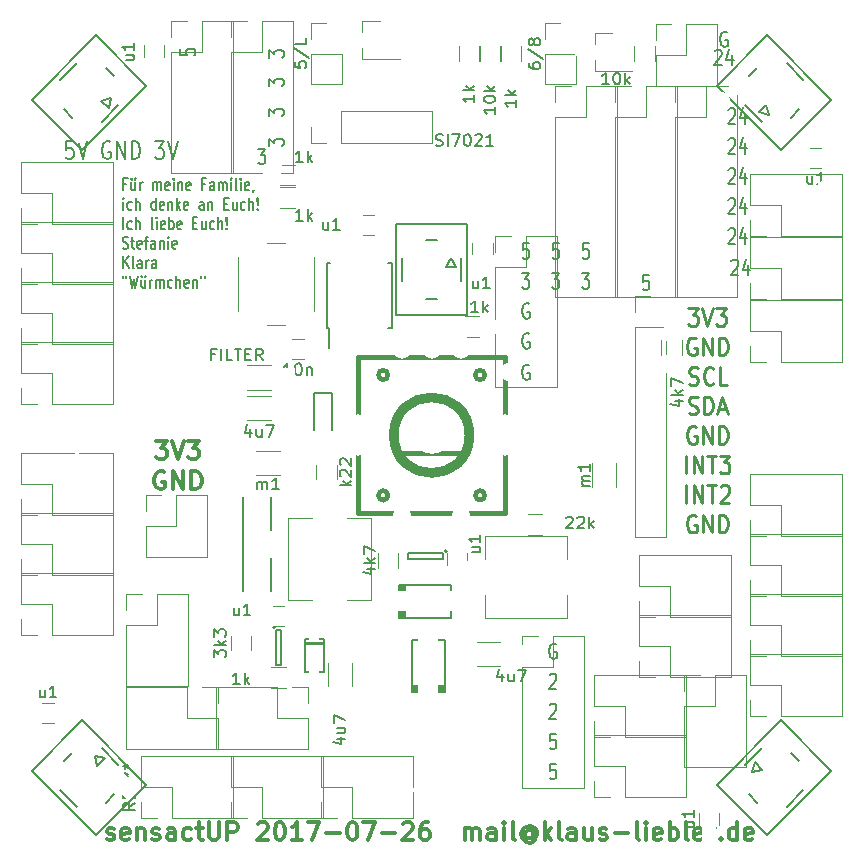
<source format=gbr>
G04 #@! TF.FileFunction,Legend,Top*
%FSLAX46Y46*%
G04 Gerber Fmt 4.6, Leading zero omitted, Abs format (unit mm)*
G04 Created by KiCad (PCBNEW 4.0.5) date 07/26/17 23:18:41*
%MOMM*%
%LPD*%
G01*
G04 APERTURE LIST*
%ADD10C,0.100000*%
%ADD11C,0.150000*%
%ADD12C,0.200000*%
%ADD13C,0.250000*%
%ADD14C,0.300000*%
%ADD15C,0.120000*%
%ADD16C,0.381000*%
%ADD17C,0.203200*%
%ADD18C,0.127000*%
%ADD19R,1.700000X1.700000*%
%ADD20O,1.700000X1.700000*%
%ADD21O,1.501140X1.998980*%
%ADD22C,3.500120*%
%ADD23R,2.800000X2.600000*%
%ADD24R,2.000000X1.600000*%
%ADD25R,1.400000X2.200000*%
%ADD26O,2.000000X1.500000*%
%ADD27R,2.000000X1.500000*%
%ADD28R,1.350000X1.350000*%
%ADD29O,1.350000X1.350000*%
%ADD30R,1.500000X0.650000*%
%ADD31C,3.200000*%
%ADD32R,2.800000X1.699260*%
%ADD33O,1.500000X2.000000*%
%ADD34R,1.500000X2.000000*%
%ADD35R,2.000000X1.700000*%
%ADD36R,1.500000X1.250000*%
%ADD37R,1.250000X1.500000*%
%ADD38R,1.600000X2.000000*%
%ADD39R,1.500000X1.300000*%
%ADD40R,1.300000X1.500000*%
%ADD41R,0.850900X1.850900*%
%ADD42R,1.699260X2.800000*%
%ADD43R,0.650000X1.500000*%
%ADD44C,0.950000*%
%ADD45O,2.200000X1.000000*%
%ADD46R,1.900000X0.800000*%
%ADD47C,1.600000*%
%ADD48R,2.600000X2.800000*%
%ADD49R,0.650000X2.000000*%
%ADD50C,1.850000*%
%ADD51C,2.000000*%
%ADD52C,2.499360*%
G04 APERTURE END LIST*
D10*
D11*
X124155143Y-78734571D02*
X123888476Y-78734571D01*
X123888476Y-79258381D02*
X123888476Y-78258381D01*
X124269429Y-78258381D01*
X124917047Y-78591714D02*
X124917047Y-79258381D01*
X124574190Y-78591714D02*
X124574190Y-79115524D01*
X124612285Y-79210762D01*
X124688476Y-79258381D01*
X124802762Y-79258381D01*
X124878952Y-79210762D01*
X124917047Y-79163143D01*
X124612285Y-78258381D02*
X124650381Y-78306000D01*
X124612285Y-78353619D01*
X124574190Y-78306000D01*
X124612285Y-78258381D01*
X124612285Y-78353619D01*
X124917047Y-78258381D02*
X124955143Y-78306000D01*
X124917047Y-78353619D01*
X124878952Y-78306000D01*
X124917047Y-78258381D01*
X124917047Y-78353619D01*
X125298000Y-79258381D02*
X125298000Y-78591714D01*
X125298000Y-78782190D02*
X125336095Y-78686952D01*
X125374191Y-78639333D01*
X125450381Y-78591714D01*
X125526572Y-78591714D01*
X126402762Y-79258381D02*
X126402762Y-78591714D01*
X126402762Y-78686952D02*
X126440857Y-78639333D01*
X126517048Y-78591714D01*
X126631334Y-78591714D01*
X126707524Y-78639333D01*
X126745619Y-78734571D01*
X126745619Y-79258381D01*
X126745619Y-78734571D02*
X126783715Y-78639333D01*
X126859905Y-78591714D01*
X126974191Y-78591714D01*
X127050381Y-78639333D01*
X127088476Y-78734571D01*
X127088476Y-79258381D01*
X127774191Y-79210762D02*
X127698001Y-79258381D01*
X127545620Y-79258381D01*
X127469429Y-79210762D01*
X127431334Y-79115524D01*
X127431334Y-78734571D01*
X127469429Y-78639333D01*
X127545620Y-78591714D01*
X127698001Y-78591714D01*
X127774191Y-78639333D01*
X127812286Y-78734571D01*
X127812286Y-78829810D01*
X127431334Y-78925048D01*
X128155143Y-79258381D02*
X128155143Y-78591714D01*
X128155143Y-78258381D02*
X128117048Y-78306000D01*
X128155143Y-78353619D01*
X128193238Y-78306000D01*
X128155143Y-78258381D01*
X128155143Y-78353619D01*
X128536095Y-78591714D02*
X128536095Y-79258381D01*
X128536095Y-78686952D02*
X128574190Y-78639333D01*
X128650381Y-78591714D01*
X128764667Y-78591714D01*
X128840857Y-78639333D01*
X128878952Y-78734571D01*
X128878952Y-79258381D01*
X129564667Y-79210762D02*
X129488477Y-79258381D01*
X129336096Y-79258381D01*
X129259905Y-79210762D01*
X129221810Y-79115524D01*
X129221810Y-78734571D01*
X129259905Y-78639333D01*
X129336096Y-78591714D01*
X129488477Y-78591714D01*
X129564667Y-78639333D01*
X129602762Y-78734571D01*
X129602762Y-78829810D01*
X129221810Y-78925048D01*
X130821810Y-78734571D02*
X130555143Y-78734571D01*
X130555143Y-79258381D02*
X130555143Y-78258381D01*
X130936096Y-78258381D01*
X131583714Y-79258381D02*
X131583714Y-78734571D01*
X131545619Y-78639333D01*
X131469429Y-78591714D01*
X131317048Y-78591714D01*
X131240857Y-78639333D01*
X131583714Y-79210762D02*
X131507524Y-79258381D01*
X131317048Y-79258381D01*
X131240857Y-79210762D01*
X131202762Y-79115524D01*
X131202762Y-79020286D01*
X131240857Y-78925048D01*
X131317048Y-78877429D01*
X131507524Y-78877429D01*
X131583714Y-78829810D01*
X131964667Y-79258381D02*
X131964667Y-78591714D01*
X131964667Y-78686952D02*
X132002762Y-78639333D01*
X132078953Y-78591714D01*
X132193239Y-78591714D01*
X132269429Y-78639333D01*
X132307524Y-78734571D01*
X132307524Y-79258381D01*
X132307524Y-78734571D02*
X132345620Y-78639333D01*
X132421810Y-78591714D01*
X132536096Y-78591714D01*
X132612286Y-78639333D01*
X132650381Y-78734571D01*
X132650381Y-79258381D01*
X133031334Y-79258381D02*
X133031334Y-78591714D01*
X133031334Y-78258381D02*
X132993239Y-78306000D01*
X133031334Y-78353619D01*
X133069429Y-78306000D01*
X133031334Y-78258381D01*
X133031334Y-78353619D01*
X133526572Y-79258381D02*
X133450381Y-79210762D01*
X133412286Y-79115524D01*
X133412286Y-78258381D01*
X133831334Y-79258381D02*
X133831334Y-78591714D01*
X133831334Y-78258381D02*
X133793239Y-78306000D01*
X133831334Y-78353619D01*
X133869429Y-78306000D01*
X133831334Y-78258381D01*
X133831334Y-78353619D01*
X134517048Y-79210762D02*
X134440858Y-79258381D01*
X134288477Y-79258381D01*
X134212286Y-79210762D01*
X134174191Y-79115524D01*
X134174191Y-78734571D01*
X134212286Y-78639333D01*
X134288477Y-78591714D01*
X134440858Y-78591714D01*
X134517048Y-78639333D01*
X134555143Y-78734571D01*
X134555143Y-78829810D01*
X134174191Y-78925048D01*
X134936095Y-79210762D02*
X134936095Y-79258381D01*
X134898000Y-79353619D01*
X134859905Y-79401238D01*
X123888476Y-80908381D02*
X123888476Y-80241714D01*
X123888476Y-79908381D02*
X123850381Y-79956000D01*
X123888476Y-80003619D01*
X123926571Y-79956000D01*
X123888476Y-79908381D01*
X123888476Y-80003619D01*
X124612285Y-80860762D02*
X124536095Y-80908381D01*
X124383714Y-80908381D01*
X124307523Y-80860762D01*
X124269428Y-80813143D01*
X124231333Y-80717905D01*
X124231333Y-80432190D01*
X124269428Y-80336952D01*
X124307523Y-80289333D01*
X124383714Y-80241714D01*
X124536095Y-80241714D01*
X124612285Y-80289333D01*
X124955142Y-80908381D02*
X124955142Y-79908381D01*
X125297999Y-80908381D02*
X125297999Y-80384571D01*
X125259904Y-80289333D01*
X125183714Y-80241714D01*
X125069428Y-80241714D01*
X124993237Y-80289333D01*
X124955142Y-80336952D01*
X126631333Y-80908381D02*
X126631333Y-79908381D01*
X126631333Y-80860762D02*
X126555143Y-80908381D01*
X126402762Y-80908381D01*
X126326571Y-80860762D01*
X126288476Y-80813143D01*
X126250381Y-80717905D01*
X126250381Y-80432190D01*
X126288476Y-80336952D01*
X126326571Y-80289333D01*
X126402762Y-80241714D01*
X126555143Y-80241714D01*
X126631333Y-80289333D01*
X127317048Y-80860762D02*
X127240858Y-80908381D01*
X127088477Y-80908381D01*
X127012286Y-80860762D01*
X126974191Y-80765524D01*
X126974191Y-80384571D01*
X127012286Y-80289333D01*
X127088477Y-80241714D01*
X127240858Y-80241714D01*
X127317048Y-80289333D01*
X127355143Y-80384571D01*
X127355143Y-80479810D01*
X126974191Y-80575048D01*
X127698000Y-80241714D02*
X127698000Y-80908381D01*
X127698000Y-80336952D02*
X127736095Y-80289333D01*
X127812286Y-80241714D01*
X127926572Y-80241714D01*
X128002762Y-80289333D01*
X128040857Y-80384571D01*
X128040857Y-80908381D01*
X128421810Y-80908381D02*
X128421810Y-79908381D01*
X128498001Y-80527429D02*
X128726572Y-80908381D01*
X128726572Y-80241714D02*
X128421810Y-80622667D01*
X129374191Y-80860762D02*
X129298001Y-80908381D01*
X129145620Y-80908381D01*
X129069429Y-80860762D01*
X129031334Y-80765524D01*
X129031334Y-80384571D01*
X129069429Y-80289333D01*
X129145620Y-80241714D01*
X129298001Y-80241714D01*
X129374191Y-80289333D01*
X129412286Y-80384571D01*
X129412286Y-80479810D01*
X129031334Y-80575048D01*
X130707524Y-80908381D02*
X130707524Y-80384571D01*
X130669429Y-80289333D01*
X130593239Y-80241714D01*
X130440858Y-80241714D01*
X130364667Y-80289333D01*
X130707524Y-80860762D02*
X130631334Y-80908381D01*
X130440858Y-80908381D01*
X130364667Y-80860762D01*
X130326572Y-80765524D01*
X130326572Y-80670286D01*
X130364667Y-80575048D01*
X130440858Y-80527429D01*
X130631334Y-80527429D01*
X130707524Y-80479810D01*
X131088477Y-80241714D02*
X131088477Y-80908381D01*
X131088477Y-80336952D02*
X131126572Y-80289333D01*
X131202763Y-80241714D01*
X131317049Y-80241714D01*
X131393239Y-80289333D01*
X131431334Y-80384571D01*
X131431334Y-80908381D01*
X132421811Y-80384571D02*
X132688478Y-80384571D01*
X132802764Y-80908381D02*
X132421811Y-80908381D01*
X132421811Y-79908381D01*
X132802764Y-79908381D01*
X133488478Y-80241714D02*
X133488478Y-80908381D01*
X133145621Y-80241714D02*
X133145621Y-80765524D01*
X133183716Y-80860762D01*
X133259907Y-80908381D01*
X133374193Y-80908381D01*
X133450383Y-80860762D01*
X133488478Y-80813143D01*
X134212288Y-80860762D02*
X134136098Y-80908381D01*
X133983717Y-80908381D01*
X133907526Y-80860762D01*
X133869431Y-80813143D01*
X133831336Y-80717905D01*
X133831336Y-80432190D01*
X133869431Y-80336952D01*
X133907526Y-80289333D01*
X133983717Y-80241714D01*
X134136098Y-80241714D01*
X134212288Y-80289333D01*
X134555145Y-80908381D02*
X134555145Y-79908381D01*
X134898002Y-80908381D02*
X134898002Y-80384571D01*
X134859907Y-80289333D01*
X134783717Y-80241714D01*
X134669431Y-80241714D01*
X134593240Y-80289333D01*
X134555145Y-80336952D01*
X135278955Y-80813143D02*
X135317050Y-80860762D01*
X135278955Y-80908381D01*
X135240860Y-80860762D01*
X135278955Y-80813143D01*
X135278955Y-80908381D01*
X135278955Y-80527429D02*
X135240860Y-79956000D01*
X135278955Y-79908381D01*
X135317050Y-79956000D01*
X135278955Y-80527429D01*
X135278955Y-79908381D01*
X123888476Y-82558381D02*
X123888476Y-81558381D01*
X124612285Y-82510762D02*
X124536095Y-82558381D01*
X124383714Y-82558381D01*
X124307523Y-82510762D01*
X124269428Y-82463143D01*
X124231333Y-82367905D01*
X124231333Y-82082190D01*
X124269428Y-81986952D01*
X124307523Y-81939333D01*
X124383714Y-81891714D01*
X124536095Y-81891714D01*
X124612285Y-81939333D01*
X124955142Y-82558381D02*
X124955142Y-81558381D01*
X125297999Y-82558381D02*
X125297999Y-82034571D01*
X125259904Y-81939333D01*
X125183714Y-81891714D01*
X125069428Y-81891714D01*
X124993237Y-81939333D01*
X124955142Y-81986952D01*
X126402762Y-82558381D02*
X126326571Y-82510762D01*
X126288476Y-82415524D01*
X126288476Y-81558381D01*
X126707524Y-82558381D02*
X126707524Y-81891714D01*
X126707524Y-81558381D02*
X126669429Y-81606000D01*
X126707524Y-81653619D01*
X126745619Y-81606000D01*
X126707524Y-81558381D01*
X126707524Y-81653619D01*
X127393238Y-82510762D02*
X127317048Y-82558381D01*
X127164667Y-82558381D01*
X127088476Y-82510762D01*
X127050381Y-82415524D01*
X127050381Y-82034571D01*
X127088476Y-81939333D01*
X127164667Y-81891714D01*
X127317048Y-81891714D01*
X127393238Y-81939333D01*
X127431333Y-82034571D01*
X127431333Y-82129810D01*
X127050381Y-82225048D01*
X127774190Y-82558381D02*
X127774190Y-81558381D01*
X127774190Y-81939333D02*
X127850381Y-81891714D01*
X128002762Y-81891714D01*
X128078952Y-81939333D01*
X128117047Y-81986952D01*
X128155143Y-82082190D01*
X128155143Y-82367905D01*
X128117047Y-82463143D01*
X128078952Y-82510762D01*
X128002762Y-82558381D01*
X127850381Y-82558381D01*
X127774190Y-82510762D01*
X128802762Y-82510762D02*
X128726572Y-82558381D01*
X128574191Y-82558381D01*
X128498000Y-82510762D01*
X128459905Y-82415524D01*
X128459905Y-82034571D01*
X128498000Y-81939333D01*
X128574191Y-81891714D01*
X128726572Y-81891714D01*
X128802762Y-81939333D01*
X128840857Y-82034571D01*
X128840857Y-82129810D01*
X128459905Y-82225048D01*
X129793238Y-82034571D02*
X130059905Y-82034571D01*
X130174191Y-82558381D02*
X129793238Y-82558381D01*
X129793238Y-81558381D01*
X130174191Y-81558381D01*
X130859905Y-81891714D02*
X130859905Y-82558381D01*
X130517048Y-81891714D02*
X130517048Y-82415524D01*
X130555143Y-82510762D01*
X130631334Y-82558381D01*
X130745620Y-82558381D01*
X130821810Y-82510762D01*
X130859905Y-82463143D01*
X131583715Y-82510762D02*
X131507525Y-82558381D01*
X131355144Y-82558381D01*
X131278953Y-82510762D01*
X131240858Y-82463143D01*
X131202763Y-82367905D01*
X131202763Y-82082190D01*
X131240858Y-81986952D01*
X131278953Y-81939333D01*
X131355144Y-81891714D01*
X131507525Y-81891714D01*
X131583715Y-81939333D01*
X131926572Y-82558381D02*
X131926572Y-81558381D01*
X132269429Y-82558381D02*
X132269429Y-82034571D01*
X132231334Y-81939333D01*
X132155144Y-81891714D01*
X132040858Y-81891714D01*
X131964667Y-81939333D01*
X131926572Y-81986952D01*
X132650382Y-82463143D02*
X132688477Y-82510762D01*
X132650382Y-82558381D01*
X132612287Y-82510762D01*
X132650382Y-82463143D01*
X132650382Y-82558381D01*
X132650382Y-82177429D02*
X132612287Y-81606000D01*
X132650382Y-81558381D01*
X132688477Y-81606000D01*
X132650382Y-82177429D01*
X132650382Y-81558381D01*
X123850381Y-84160762D02*
X123964667Y-84208381D01*
X124155143Y-84208381D01*
X124231333Y-84160762D01*
X124269429Y-84113143D01*
X124307524Y-84017905D01*
X124307524Y-83922667D01*
X124269429Y-83827429D01*
X124231333Y-83779810D01*
X124155143Y-83732190D01*
X124002762Y-83684571D01*
X123926571Y-83636952D01*
X123888476Y-83589333D01*
X123850381Y-83494095D01*
X123850381Y-83398857D01*
X123888476Y-83303619D01*
X123926571Y-83256000D01*
X124002762Y-83208381D01*
X124193238Y-83208381D01*
X124307524Y-83256000D01*
X124536095Y-83541714D02*
X124840857Y-83541714D01*
X124650381Y-83208381D02*
X124650381Y-84065524D01*
X124688476Y-84160762D01*
X124764667Y-84208381D01*
X124840857Y-84208381D01*
X125412286Y-84160762D02*
X125336096Y-84208381D01*
X125183715Y-84208381D01*
X125107524Y-84160762D01*
X125069429Y-84065524D01*
X125069429Y-83684571D01*
X125107524Y-83589333D01*
X125183715Y-83541714D01*
X125336096Y-83541714D01*
X125412286Y-83589333D01*
X125450381Y-83684571D01*
X125450381Y-83779810D01*
X125069429Y-83875048D01*
X125678952Y-83541714D02*
X125983714Y-83541714D01*
X125793238Y-84208381D02*
X125793238Y-83351238D01*
X125831333Y-83256000D01*
X125907524Y-83208381D01*
X125983714Y-83208381D01*
X126593238Y-84208381D02*
X126593238Y-83684571D01*
X126555143Y-83589333D01*
X126478953Y-83541714D01*
X126326572Y-83541714D01*
X126250381Y-83589333D01*
X126593238Y-84160762D02*
X126517048Y-84208381D01*
X126326572Y-84208381D01*
X126250381Y-84160762D01*
X126212286Y-84065524D01*
X126212286Y-83970286D01*
X126250381Y-83875048D01*
X126326572Y-83827429D01*
X126517048Y-83827429D01*
X126593238Y-83779810D01*
X126974191Y-83541714D02*
X126974191Y-84208381D01*
X126974191Y-83636952D02*
X127012286Y-83589333D01*
X127088477Y-83541714D01*
X127202763Y-83541714D01*
X127278953Y-83589333D01*
X127317048Y-83684571D01*
X127317048Y-84208381D01*
X127698001Y-84208381D02*
X127698001Y-83541714D01*
X127698001Y-83208381D02*
X127659906Y-83256000D01*
X127698001Y-83303619D01*
X127736096Y-83256000D01*
X127698001Y-83208381D01*
X127698001Y-83303619D01*
X128383715Y-84160762D02*
X128307525Y-84208381D01*
X128155144Y-84208381D01*
X128078953Y-84160762D01*
X128040858Y-84065524D01*
X128040858Y-83684571D01*
X128078953Y-83589333D01*
X128155144Y-83541714D01*
X128307525Y-83541714D01*
X128383715Y-83589333D01*
X128421810Y-83684571D01*
X128421810Y-83779810D01*
X128040858Y-83875048D01*
X123888476Y-85858381D02*
X123888476Y-84858381D01*
X124345619Y-85858381D02*
X124002762Y-85286952D01*
X124345619Y-84858381D02*
X123888476Y-85429810D01*
X124802762Y-85858381D02*
X124726571Y-85810762D01*
X124688476Y-85715524D01*
X124688476Y-84858381D01*
X125450381Y-85858381D02*
X125450381Y-85334571D01*
X125412286Y-85239333D01*
X125336096Y-85191714D01*
X125183715Y-85191714D01*
X125107524Y-85239333D01*
X125450381Y-85810762D02*
X125374191Y-85858381D01*
X125183715Y-85858381D01*
X125107524Y-85810762D01*
X125069429Y-85715524D01*
X125069429Y-85620286D01*
X125107524Y-85525048D01*
X125183715Y-85477429D01*
X125374191Y-85477429D01*
X125450381Y-85429810D01*
X125831334Y-85858381D02*
X125831334Y-85191714D01*
X125831334Y-85382190D02*
X125869429Y-85286952D01*
X125907525Y-85239333D01*
X125983715Y-85191714D01*
X126059906Y-85191714D01*
X126669429Y-85858381D02*
X126669429Y-85334571D01*
X126631334Y-85239333D01*
X126555144Y-85191714D01*
X126402763Y-85191714D01*
X126326572Y-85239333D01*
X126669429Y-85810762D02*
X126593239Y-85858381D01*
X126402763Y-85858381D01*
X126326572Y-85810762D01*
X126288477Y-85715524D01*
X126288477Y-85620286D01*
X126326572Y-85525048D01*
X126402763Y-85477429D01*
X126593239Y-85477429D01*
X126669429Y-85429810D01*
X123850381Y-86508381D02*
X123850381Y-86698857D01*
X124155143Y-86508381D02*
X124155143Y-86698857D01*
X124421810Y-86508381D02*
X124612286Y-87508381D01*
X124764667Y-86794095D01*
X124917048Y-87508381D01*
X125107524Y-86508381D01*
X125755143Y-86841714D02*
X125755143Y-87508381D01*
X125412286Y-86841714D02*
X125412286Y-87365524D01*
X125450381Y-87460762D01*
X125526572Y-87508381D01*
X125640858Y-87508381D01*
X125717048Y-87460762D01*
X125755143Y-87413143D01*
X125450381Y-86508381D02*
X125488477Y-86556000D01*
X125450381Y-86603619D01*
X125412286Y-86556000D01*
X125450381Y-86508381D01*
X125450381Y-86603619D01*
X125755143Y-86508381D02*
X125793239Y-86556000D01*
X125755143Y-86603619D01*
X125717048Y-86556000D01*
X125755143Y-86508381D01*
X125755143Y-86603619D01*
X126136096Y-87508381D02*
X126136096Y-86841714D01*
X126136096Y-87032190D02*
X126174191Y-86936952D01*
X126212287Y-86889333D01*
X126288477Y-86841714D01*
X126364668Y-86841714D01*
X126631334Y-87508381D02*
X126631334Y-86841714D01*
X126631334Y-86936952D02*
X126669429Y-86889333D01*
X126745620Y-86841714D01*
X126859906Y-86841714D01*
X126936096Y-86889333D01*
X126974191Y-86984571D01*
X126974191Y-87508381D01*
X126974191Y-86984571D02*
X127012287Y-86889333D01*
X127088477Y-86841714D01*
X127202763Y-86841714D01*
X127278953Y-86889333D01*
X127317048Y-86984571D01*
X127317048Y-87508381D01*
X128040858Y-87460762D02*
X127964668Y-87508381D01*
X127812287Y-87508381D01*
X127736096Y-87460762D01*
X127698001Y-87413143D01*
X127659906Y-87317905D01*
X127659906Y-87032190D01*
X127698001Y-86936952D01*
X127736096Y-86889333D01*
X127812287Y-86841714D01*
X127964668Y-86841714D01*
X128040858Y-86889333D01*
X128383715Y-87508381D02*
X128383715Y-86508381D01*
X128726572Y-87508381D02*
X128726572Y-86984571D01*
X128688477Y-86889333D01*
X128612287Y-86841714D01*
X128498001Y-86841714D01*
X128421810Y-86889333D01*
X128383715Y-86936952D01*
X129412287Y-87460762D02*
X129336097Y-87508381D01*
X129183716Y-87508381D01*
X129107525Y-87460762D01*
X129069430Y-87365524D01*
X129069430Y-86984571D01*
X129107525Y-86889333D01*
X129183716Y-86841714D01*
X129336097Y-86841714D01*
X129412287Y-86889333D01*
X129450382Y-86984571D01*
X129450382Y-87079810D01*
X129069430Y-87175048D01*
X129793239Y-86841714D02*
X129793239Y-87508381D01*
X129793239Y-86936952D02*
X129831334Y-86889333D01*
X129907525Y-86841714D01*
X130021811Y-86841714D01*
X130098001Y-86889333D01*
X130136096Y-86984571D01*
X130136096Y-87508381D01*
X130478954Y-86508381D02*
X130478954Y-86698857D01*
X130783716Y-86508381D02*
X130783716Y-86698857D01*
D12*
X160535905Y-117714000D02*
X160440667Y-117652095D01*
X160297810Y-117652095D01*
X160154952Y-117714000D01*
X160059714Y-117837810D01*
X160012095Y-117961619D01*
X159964476Y-118209238D01*
X159964476Y-118394952D01*
X160012095Y-118642571D01*
X160059714Y-118766381D01*
X160154952Y-118890190D01*
X160297810Y-118952095D01*
X160393048Y-118952095D01*
X160535905Y-118890190D01*
X160583524Y-118828286D01*
X160583524Y-118394952D01*
X160393048Y-118394952D01*
X159988286Y-120315905D02*
X160035905Y-120254000D01*
X160131143Y-120192095D01*
X160369239Y-120192095D01*
X160464477Y-120254000D01*
X160512096Y-120315905D01*
X160559715Y-120439714D01*
X160559715Y-120563524D01*
X160512096Y-120749238D01*
X159940667Y-121492095D01*
X160559715Y-121492095D01*
X159988286Y-122855905D02*
X160035905Y-122794000D01*
X160131143Y-122732095D01*
X160369239Y-122732095D01*
X160464477Y-122794000D01*
X160512096Y-122855905D01*
X160559715Y-122979714D01*
X160559715Y-123103524D01*
X160512096Y-123289238D01*
X159940667Y-124032095D01*
X160559715Y-124032095D01*
X160512096Y-125272095D02*
X160035905Y-125272095D01*
X159988286Y-125891143D01*
X160035905Y-125829238D01*
X160131143Y-125767333D01*
X160369239Y-125767333D01*
X160464477Y-125829238D01*
X160512096Y-125891143D01*
X160559715Y-126014952D01*
X160559715Y-126324476D01*
X160512096Y-126448286D01*
X160464477Y-126510190D01*
X160369239Y-126572095D01*
X160131143Y-126572095D01*
X160035905Y-126510190D01*
X159988286Y-126448286D01*
X160512096Y-127812095D02*
X160035905Y-127812095D01*
X159988286Y-128431143D01*
X160035905Y-128369238D01*
X160131143Y-128307333D01*
X160369239Y-128307333D01*
X160464477Y-128369238D01*
X160512096Y-128431143D01*
X160559715Y-128554952D01*
X160559715Y-128864476D01*
X160512096Y-128988286D01*
X160464477Y-129050190D01*
X160369239Y-129112095D01*
X160131143Y-129112095D01*
X160035905Y-129050190D01*
X159988286Y-128988286D01*
X135302667Y-75742095D02*
X135921715Y-75742095D01*
X135588381Y-76237333D01*
X135731239Y-76237333D01*
X135826477Y-76299238D01*
X135874096Y-76361143D01*
X135921715Y-76484952D01*
X135921715Y-76794476D01*
X135874096Y-76918286D01*
X135826477Y-76980190D01*
X135731239Y-77042095D01*
X135445524Y-77042095D01*
X135350286Y-76980190D01*
X135302667Y-76918286D01*
X136194095Y-75517333D02*
X136194095Y-74898285D01*
X136689333Y-75231619D01*
X136689333Y-75088761D01*
X136751238Y-74993523D01*
X136813143Y-74945904D01*
X136936952Y-74898285D01*
X137246476Y-74898285D01*
X137370286Y-74945904D01*
X137432190Y-74993523D01*
X137494095Y-75088761D01*
X137494095Y-75374476D01*
X137432190Y-75469714D01*
X137370286Y-75517333D01*
X136194095Y-72977333D02*
X136194095Y-72358285D01*
X136689333Y-72691619D01*
X136689333Y-72548761D01*
X136751238Y-72453523D01*
X136813143Y-72405904D01*
X136936952Y-72358285D01*
X137246476Y-72358285D01*
X137370286Y-72405904D01*
X137432190Y-72453523D01*
X137494095Y-72548761D01*
X137494095Y-72834476D01*
X137432190Y-72929714D01*
X137370286Y-72977333D01*
X136194095Y-70437333D02*
X136194095Y-69818285D01*
X136689333Y-70151619D01*
X136689333Y-70008761D01*
X136751238Y-69913523D01*
X136813143Y-69865904D01*
X136936952Y-69818285D01*
X137246476Y-69818285D01*
X137370286Y-69865904D01*
X137432190Y-69913523D01*
X137494095Y-70008761D01*
X137494095Y-70294476D01*
X137432190Y-70389714D01*
X137370286Y-70437333D01*
X136194095Y-68024333D02*
X136194095Y-67405285D01*
X136689333Y-67738619D01*
X136689333Y-67595761D01*
X136751238Y-67500523D01*
X136813143Y-67452904D01*
X136936952Y-67405285D01*
X137246476Y-67405285D01*
X137370286Y-67452904D01*
X137432190Y-67500523D01*
X137494095Y-67595761D01*
X137494095Y-67881476D01*
X137432190Y-67976714D01*
X137370286Y-68024333D01*
X128701095Y-67325904D02*
X128701095Y-67802095D01*
X129320143Y-67849714D01*
X129258238Y-67802095D01*
X129196333Y-67706857D01*
X129196333Y-67468761D01*
X129258238Y-67373523D01*
X129320143Y-67325904D01*
X129443952Y-67278285D01*
X129753476Y-67278285D01*
X129877286Y-67325904D01*
X129939190Y-67373523D01*
X130001095Y-67468761D01*
X130001095Y-67706857D01*
X129939190Y-67802095D01*
X129877286Y-67849714D01*
X175013905Y-65898000D02*
X174918667Y-65836095D01*
X174775810Y-65836095D01*
X174632952Y-65898000D01*
X174537714Y-66021810D01*
X174490095Y-66145619D01*
X174442476Y-66393238D01*
X174442476Y-66578952D01*
X174490095Y-66826571D01*
X174537714Y-66950381D01*
X174632952Y-67074190D01*
X174775810Y-67136095D01*
X174871048Y-67136095D01*
X175013905Y-67074190D01*
X175061524Y-67012286D01*
X175061524Y-66578952D01*
X174871048Y-66578952D01*
X173990095Y-67483905D02*
X174037714Y-67422000D01*
X174132952Y-67360095D01*
X174371048Y-67360095D01*
X174466286Y-67422000D01*
X174513905Y-67483905D01*
X174561524Y-67607714D01*
X174561524Y-67731524D01*
X174513905Y-67917238D01*
X173942476Y-68660095D01*
X174561524Y-68660095D01*
X175418667Y-67793429D02*
X175418667Y-68660095D01*
X175180571Y-67298190D02*
X174942476Y-68226762D01*
X175561524Y-68226762D01*
X175133095Y-72436905D02*
X175180714Y-72375000D01*
X175275952Y-72313095D01*
X175514048Y-72313095D01*
X175609286Y-72375000D01*
X175656905Y-72436905D01*
X175704524Y-72560714D01*
X175704524Y-72684524D01*
X175656905Y-72870238D01*
X175085476Y-73613095D01*
X175704524Y-73613095D01*
X176561667Y-72746429D02*
X176561667Y-73613095D01*
X176323571Y-72251190D02*
X176085476Y-73179762D01*
X176704524Y-73179762D01*
X175133095Y-74976905D02*
X175180714Y-74915000D01*
X175275952Y-74853095D01*
X175514048Y-74853095D01*
X175609286Y-74915000D01*
X175656905Y-74976905D01*
X175704524Y-75100714D01*
X175704524Y-75224524D01*
X175656905Y-75410238D01*
X175085476Y-76153095D01*
X175704524Y-76153095D01*
X176561667Y-75286429D02*
X176561667Y-76153095D01*
X176323571Y-74791190D02*
X176085476Y-75719762D01*
X176704524Y-75719762D01*
X175133095Y-77516905D02*
X175180714Y-77455000D01*
X175275952Y-77393095D01*
X175514048Y-77393095D01*
X175609286Y-77455000D01*
X175656905Y-77516905D01*
X175704524Y-77640714D01*
X175704524Y-77764524D01*
X175656905Y-77950238D01*
X175085476Y-78693095D01*
X175704524Y-78693095D01*
X176561667Y-77826429D02*
X176561667Y-78693095D01*
X176323571Y-77331190D02*
X176085476Y-78259762D01*
X176704524Y-78259762D01*
X175133095Y-80056905D02*
X175180714Y-79995000D01*
X175275952Y-79933095D01*
X175514048Y-79933095D01*
X175609286Y-79995000D01*
X175656905Y-80056905D01*
X175704524Y-80180714D01*
X175704524Y-80304524D01*
X175656905Y-80490238D01*
X175085476Y-81233095D01*
X175704524Y-81233095D01*
X176561667Y-80366429D02*
X176561667Y-81233095D01*
X176323571Y-79871190D02*
X176085476Y-80799762D01*
X176704524Y-80799762D01*
X158249905Y-94092000D02*
X158154667Y-94030095D01*
X158011810Y-94030095D01*
X157868952Y-94092000D01*
X157773714Y-94215810D01*
X157726095Y-94339619D01*
X157678476Y-94587238D01*
X157678476Y-94772952D01*
X157726095Y-95020571D01*
X157773714Y-95144381D01*
X157868952Y-95268190D01*
X158011810Y-95330095D01*
X158107048Y-95330095D01*
X158249905Y-95268190D01*
X158297524Y-95206286D01*
X158297524Y-94772952D01*
X158107048Y-94772952D01*
X158249905Y-91425000D02*
X158154667Y-91363095D01*
X158011810Y-91363095D01*
X157868952Y-91425000D01*
X157773714Y-91548810D01*
X157726095Y-91672619D01*
X157678476Y-91920238D01*
X157678476Y-92105952D01*
X157726095Y-92353571D01*
X157773714Y-92477381D01*
X157868952Y-92601190D01*
X158011810Y-92663095D01*
X158107048Y-92663095D01*
X158249905Y-92601190D01*
X158297524Y-92539286D01*
X158297524Y-92105952D01*
X158107048Y-92105952D01*
X158249905Y-88885000D02*
X158154667Y-88823095D01*
X158011810Y-88823095D01*
X157868952Y-88885000D01*
X157773714Y-89008810D01*
X157726095Y-89132619D01*
X157678476Y-89380238D01*
X157678476Y-89565952D01*
X157726095Y-89813571D01*
X157773714Y-89937381D01*
X157868952Y-90061190D01*
X158011810Y-90123095D01*
X158107048Y-90123095D01*
X158249905Y-90061190D01*
X158297524Y-89999286D01*
X158297524Y-89565952D01*
X158107048Y-89565952D01*
X157654667Y-86283095D02*
X158273715Y-86283095D01*
X157940381Y-86778333D01*
X158083239Y-86778333D01*
X158178477Y-86840238D01*
X158226096Y-86902143D01*
X158273715Y-87025952D01*
X158273715Y-87335476D01*
X158226096Y-87459286D01*
X158178477Y-87521190D01*
X158083239Y-87583095D01*
X157797524Y-87583095D01*
X157702286Y-87521190D01*
X157654667Y-87459286D01*
X160194667Y-86283095D02*
X160813715Y-86283095D01*
X160480381Y-86778333D01*
X160623239Y-86778333D01*
X160718477Y-86840238D01*
X160766096Y-86902143D01*
X160813715Y-87025952D01*
X160813715Y-87335476D01*
X160766096Y-87459286D01*
X160718477Y-87521190D01*
X160623239Y-87583095D01*
X160337524Y-87583095D01*
X160242286Y-87521190D01*
X160194667Y-87459286D01*
X162734667Y-86283095D02*
X163353715Y-86283095D01*
X163020381Y-86778333D01*
X163163239Y-86778333D01*
X163258477Y-86840238D01*
X163306096Y-86902143D01*
X163353715Y-87025952D01*
X163353715Y-87335476D01*
X163306096Y-87459286D01*
X163258477Y-87521190D01*
X163163239Y-87583095D01*
X162877524Y-87583095D01*
X162782286Y-87521190D01*
X162734667Y-87459286D01*
X160766096Y-83743095D02*
X160289905Y-83743095D01*
X160242286Y-84362143D01*
X160289905Y-84300238D01*
X160385143Y-84238333D01*
X160623239Y-84238333D01*
X160718477Y-84300238D01*
X160766096Y-84362143D01*
X160813715Y-84485952D01*
X160813715Y-84795476D01*
X160766096Y-84919286D01*
X160718477Y-84981190D01*
X160623239Y-85043095D01*
X160385143Y-85043095D01*
X160289905Y-84981190D01*
X160242286Y-84919286D01*
X158226096Y-83743095D02*
X157749905Y-83743095D01*
X157702286Y-84362143D01*
X157749905Y-84300238D01*
X157845143Y-84238333D01*
X158083239Y-84238333D01*
X158178477Y-84300238D01*
X158226096Y-84362143D01*
X158273715Y-84485952D01*
X158273715Y-84795476D01*
X158226096Y-84919286D01*
X158178477Y-84981190D01*
X158083239Y-85043095D01*
X157845143Y-85043095D01*
X157749905Y-84981190D01*
X157702286Y-84919286D01*
X163306096Y-83743095D02*
X162829905Y-83743095D01*
X162782286Y-84362143D01*
X162829905Y-84300238D01*
X162925143Y-84238333D01*
X163163239Y-84238333D01*
X163258477Y-84300238D01*
X163306096Y-84362143D01*
X163353715Y-84485952D01*
X163353715Y-84795476D01*
X163306096Y-84919286D01*
X163258477Y-84981190D01*
X163163239Y-85043095D01*
X162925143Y-85043095D01*
X162829905Y-84981190D01*
X162782286Y-84919286D01*
X168386096Y-86410095D02*
X167909905Y-86410095D01*
X167862286Y-87029143D01*
X167909905Y-86967238D01*
X168005143Y-86905333D01*
X168243239Y-86905333D01*
X168338477Y-86967238D01*
X168386096Y-87029143D01*
X168433715Y-87152952D01*
X168433715Y-87462476D01*
X168386096Y-87586286D01*
X168338477Y-87648190D01*
X168243239Y-87710095D01*
X168005143Y-87710095D01*
X167909905Y-87648190D01*
X167862286Y-87586286D01*
X175387095Y-85263905D02*
X175434714Y-85202000D01*
X175529952Y-85140095D01*
X175768048Y-85140095D01*
X175863286Y-85202000D01*
X175910905Y-85263905D01*
X175958524Y-85387714D01*
X175958524Y-85511524D01*
X175910905Y-85697238D01*
X175339476Y-86440095D01*
X175958524Y-86440095D01*
X176815667Y-85573429D02*
X176815667Y-86440095D01*
X176577571Y-85078190D02*
X176339476Y-86006762D01*
X176958524Y-86006762D01*
X175133095Y-82596905D02*
X175180714Y-82535000D01*
X175275952Y-82473095D01*
X175514048Y-82473095D01*
X175609286Y-82535000D01*
X175656905Y-82596905D01*
X175704524Y-82720714D01*
X175704524Y-82844524D01*
X175656905Y-83030238D01*
X175085476Y-83773095D01*
X175704524Y-83773095D01*
X176561667Y-82906429D02*
X176561667Y-83773095D01*
X176323571Y-82411190D02*
X176085476Y-83339762D01*
X176704524Y-83339762D01*
D13*
X171745476Y-89234571D02*
X172550238Y-89234571D01*
X172116905Y-89806000D01*
X172302619Y-89806000D01*
X172426429Y-89877429D01*
X172488333Y-89948857D01*
X172550238Y-90091714D01*
X172550238Y-90448857D01*
X172488333Y-90591714D01*
X172426429Y-90663143D01*
X172302619Y-90734571D01*
X171931191Y-90734571D01*
X171807381Y-90663143D01*
X171745476Y-90591714D01*
X172921667Y-89234571D02*
X173355000Y-90734571D01*
X173788333Y-89234571D01*
X174097857Y-89234571D02*
X174902619Y-89234571D01*
X174469286Y-89806000D01*
X174655000Y-89806000D01*
X174778810Y-89877429D01*
X174840714Y-89948857D01*
X174902619Y-90091714D01*
X174902619Y-90448857D01*
X174840714Y-90591714D01*
X174778810Y-90663143D01*
X174655000Y-90734571D01*
X174283572Y-90734571D01*
X174159762Y-90663143D01*
X174097857Y-90591714D01*
X172364524Y-91806000D02*
X172240715Y-91734571D01*
X172055000Y-91734571D01*
X171869286Y-91806000D01*
X171745477Y-91948857D01*
X171683572Y-92091714D01*
X171621667Y-92377429D01*
X171621667Y-92591714D01*
X171683572Y-92877429D01*
X171745477Y-93020286D01*
X171869286Y-93163143D01*
X172055000Y-93234571D01*
X172178810Y-93234571D01*
X172364524Y-93163143D01*
X172426429Y-93091714D01*
X172426429Y-92591714D01*
X172178810Y-92591714D01*
X172983572Y-93234571D02*
X172983572Y-91734571D01*
X173726429Y-93234571D01*
X173726429Y-91734571D01*
X174345477Y-93234571D02*
X174345477Y-91734571D01*
X174655001Y-91734571D01*
X174840715Y-91806000D01*
X174964524Y-91948857D01*
X175026429Y-92091714D01*
X175088334Y-92377429D01*
X175088334Y-92591714D01*
X175026429Y-92877429D01*
X174964524Y-93020286D01*
X174840715Y-93163143D01*
X174655001Y-93234571D01*
X174345477Y-93234571D01*
X171807381Y-95663143D02*
X171993095Y-95734571D01*
X172302619Y-95734571D01*
X172426429Y-95663143D01*
X172488333Y-95591714D01*
X172550238Y-95448857D01*
X172550238Y-95306000D01*
X172488333Y-95163143D01*
X172426429Y-95091714D01*
X172302619Y-95020286D01*
X172055000Y-94948857D01*
X171931191Y-94877429D01*
X171869286Y-94806000D01*
X171807381Y-94663143D01*
X171807381Y-94520286D01*
X171869286Y-94377429D01*
X171931191Y-94306000D01*
X172055000Y-94234571D01*
X172364524Y-94234571D01*
X172550238Y-94306000D01*
X173850238Y-95591714D02*
X173788333Y-95663143D01*
X173602619Y-95734571D01*
X173478809Y-95734571D01*
X173293095Y-95663143D01*
X173169286Y-95520286D01*
X173107381Y-95377429D01*
X173045476Y-95091714D01*
X173045476Y-94877429D01*
X173107381Y-94591714D01*
X173169286Y-94448857D01*
X173293095Y-94306000D01*
X173478809Y-94234571D01*
X173602619Y-94234571D01*
X173788333Y-94306000D01*
X173850238Y-94377429D01*
X175026428Y-95734571D02*
X174407381Y-95734571D01*
X174407381Y-94234571D01*
X171776429Y-98163143D02*
X171962143Y-98234571D01*
X172271667Y-98234571D01*
X172395477Y-98163143D01*
X172457381Y-98091714D01*
X172519286Y-97948857D01*
X172519286Y-97806000D01*
X172457381Y-97663143D01*
X172395477Y-97591714D01*
X172271667Y-97520286D01*
X172024048Y-97448857D01*
X171900239Y-97377429D01*
X171838334Y-97306000D01*
X171776429Y-97163143D01*
X171776429Y-97020286D01*
X171838334Y-96877429D01*
X171900239Y-96806000D01*
X172024048Y-96734571D01*
X172333572Y-96734571D01*
X172519286Y-96806000D01*
X173076429Y-98234571D02*
X173076429Y-96734571D01*
X173385953Y-96734571D01*
X173571667Y-96806000D01*
X173695476Y-96948857D01*
X173757381Y-97091714D01*
X173819286Y-97377429D01*
X173819286Y-97591714D01*
X173757381Y-97877429D01*
X173695476Y-98020286D01*
X173571667Y-98163143D01*
X173385953Y-98234571D01*
X173076429Y-98234571D01*
X174314524Y-97806000D02*
X174933572Y-97806000D01*
X174190715Y-98234571D02*
X174624048Y-96734571D01*
X175057381Y-98234571D01*
X172364524Y-99306000D02*
X172240715Y-99234571D01*
X172055000Y-99234571D01*
X171869286Y-99306000D01*
X171745477Y-99448857D01*
X171683572Y-99591714D01*
X171621667Y-99877429D01*
X171621667Y-100091714D01*
X171683572Y-100377429D01*
X171745477Y-100520286D01*
X171869286Y-100663143D01*
X172055000Y-100734571D01*
X172178810Y-100734571D01*
X172364524Y-100663143D01*
X172426429Y-100591714D01*
X172426429Y-100091714D01*
X172178810Y-100091714D01*
X172983572Y-100734571D02*
X172983572Y-99234571D01*
X173726429Y-100734571D01*
X173726429Y-99234571D01*
X174345477Y-100734571D02*
X174345477Y-99234571D01*
X174655001Y-99234571D01*
X174840715Y-99306000D01*
X174964524Y-99448857D01*
X175026429Y-99591714D01*
X175088334Y-99877429D01*
X175088334Y-100091714D01*
X175026429Y-100377429D01*
X174964524Y-100520286D01*
X174840715Y-100663143D01*
X174655001Y-100734571D01*
X174345477Y-100734571D01*
X171559762Y-103234571D02*
X171559762Y-101734571D01*
X172178810Y-103234571D02*
X172178810Y-101734571D01*
X172921667Y-103234571D01*
X172921667Y-101734571D01*
X173355001Y-101734571D02*
X174097858Y-101734571D01*
X173726429Y-103234571D02*
X173726429Y-101734571D01*
X174407381Y-101734571D02*
X175212143Y-101734571D01*
X174778810Y-102306000D01*
X174964524Y-102306000D01*
X175088334Y-102377429D01*
X175150238Y-102448857D01*
X175212143Y-102591714D01*
X175212143Y-102948857D01*
X175150238Y-103091714D01*
X175088334Y-103163143D01*
X174964524Y-103234571D01*
X174593096Y-103234571D01*
X174469286Y-103163143D01*
X174407381Y-103091714D01*
X171559762Y-105734571D02*
X171559762Y-104234571D01*
X172178810Y-105734571D02*
X172178810Y-104234571D01*
X172921667Y-105734571D01*
X172921667Y-104234571D01*
X173355001Y-104234571D02*
X174097858Y-104234571D01*
X173726429Y-105734571D02*
X173726429Y-104234571D01*
X174469286Y-104377429D02*
X174531191Y-104306000D01*
X174655000Y-104234571D01*
X174964524Y-104234571D01*
X175088334Y-104306000D01*
X175150238Y-104377429D01*
X175212143Y-104520286D01*
X175212143Y-104663143D01*
X175150238Y-104877429D01*
X174407381Y-105734571D01*
X175212143Y-105734571D01*
X172364524Y-106806000D02*
X172240715Y-106734571D01*
X172055000Y-106734571D01*
X171869286Y-106806000D01*
X171745477Y-106948857D01*
X171683572Y-107091714D01*
X171621667Y-107377429D01*
X171621667Y-107591714D01*
X171683572Y-107877429D01*
X171745477Y-108020286D01*
X171869286Y-108163143D01*
X172055000Y-108234571D01*
X172178810Y-108234571D01*
X172364524Y-108163143D01*
X172426429Y-108091714D01*
X172426429Y-107591714D01*
X172178810Y-107591714D01*
X172983572Y-108234571D02*
X172983572Y-106734571D01*
X173726429Y-108234571D01*
X173726429Y-106734571D01*
X174345477Y-108234571D02*
X174345477Y-106734571D01*
X174655001Y-106734571D01*
X174840715Y-106806000D01*
X174964524Y-106948857D01*
X175026429Y-107091714D01*
X175088334Y-107377429D01*
X175088334Y-107591714D01*
X175026429Y-107877429D01*
X174964524Y-108020286D01*
X174840715Y-108163143D01*
X174655001Y-108234571D01*
X174345477Y-108234571D01*
D12*
X119640858Y-75124571D02*
X119069429Y-75124571D01*
X119012286Y-75838857D01*
X119069429Y-75767429D01*
X119183715Y-75696000D01*
X119469429Y-75696000D01*
X119583715Y-75767429D01*
X119640858Y-75838857D01*
X119698001Y-75981714D01*
X119698001Y-76338857D01*
X119640858Y-76481714D01*
X119583715Y-76553143D01*
X119469429Y-76624571D01*
X119183715Y-76624571D01*
X119069429Y-76553143D01*
X119012286Y-76481714D01*
X120040858Y-75124571D02*
X120440858Y-76624571D01*
X120840858Y-75124571D01*
X122783715Y-75196000D02*
X122669429Y-75124571D01*
X122498000Y-75124571D01*
X122326572Y-75196000D01*
X122212286Y-75338857D01*
X122155143Y-75481714D01*
X122098000Y-75767429D01*
X122098000Y-75981714D01*
X122155143Y-76267429D01*
X122212286Y-76410286D01*
X122326572Y-76553143D01*
X122498000Y-76624571D01*
X122612286Y-76624571D01*
X122783715Y-76553143D01*
X122840858Y-76481714D01*
X122840858Y-75981714D01*
X122612286Y-75981714D01*
X123355143Y-76624571D02*
X123355143Y-75124571D01*
X124040858Y-76624571D01*
X124040858Y-75124571D01*
X124612286Y-76624571D02*
X124612286Y-75124571D01*
X124898001Y-75124571D01*
X125069429Y-75196000D01*
X125183715Y-75338857D01*
X125240858Y-75481714D01*
X125298001Y-75767429D01*
X125298001Y-75981714D01*
X125240858Y-76267429D01*
X125183715Y-76410286D01*
X125069429Y-76553143D01*
X124898001Y-76624571D01*
X124612286Y-76624571D01*
X126612287Y-75124571D02*
X127355144Y-75124571D01*
X126955144Y-75696000D01*
X127126572Y-75696000D01*
X127240858Y-75767429D01*
X127298001Y-75838857D01*
X127355144Y-75981714D01*
X127355144Y-76338857D01*
X127298001Y-76481714D01*
X127240858Y-76553143D01*
X127126572Y-76624571D01*
X126783715Y-76624571D01*
X126669429Y-76553143D01*
X126612287Y-76481714D01*
X127698001Y-75124571D02*
X128098001Y-76624571D01*
X128498001Y-75124571D01*
D14*
X126666858Y-100519571D02*
X127595429Y-100519571D01*
X127095429Y-101091000D01*
X127309715Y-101091000D01*
X127452572Y-101162429D01*
X127524001Y-101233857D01*
X127595429Y-101376714D01*
X127595429Y-101733857D01*
X127524001Y-101876714D01*
X127452572Y-101948143D01*
X127309715Y-102019571D01*
X126881143Y-102019571D01*
X126738286Y-101948143D01*
X126666858Y-101876714D01*
X128024000Y-100519571D02*
X128524000Y-102019571D01*
X129024000Y-100519571D01*
X129381143Y-100519571D02*
X130309714Y-100519571D01*
X129809714Y-101091000D01*
X130024000Y-101091000D01*
X130166857Y-101162429D01*
X130238286Y-101233857D01*
X130309714Y-101376714D01*
X130309714Y-101733857D01*
X130238286Y-101876714D01*
X130166857Y-101948143D01*
X130024000Y-102019571D01*
X129595428Y-102019571D01*
X129452571Y-101948143D01*
X129381143Y-101876714D01*
X127381143Y-103141000D02*
X127238286Y-103069571D01*
X127024000Y-103069571D01*
X126809715Y-103141000D01*
X126666857Y-103283857D01*
X126595429Y-103426714D01*
X126524000Y-103712429D01*
X126524000Y-103926714D01*
X126595429Y-104212429D01*
X126666857Y-104355286D01*
X126809715Y-104498143D01*
X127024000Y-104569571D01*
X127166857Y-104569571D01*
X127381143Y-104498143D01*
X127452572Y-104426714D01*
X127452572Y-103926714D01*
X127166857Y-103926714D01*
X128095429Y-104569571D02*
X128095429Y-103069571D01*
X128952572Y-104569571D01*
X128952572Y-103069571D01*
X129666858Y-104569571D02*
X129666858Y-103069571D01*
X130024001Y-103069571D01*
X130238286Y-103141000D01*
X130381144Y-103283857D01*
X130452572Y-103426714D01*
X130524001Y-103712429D01*
X130524001Y-103926714D01*
X130452572Y-104212429D01*
X130381144Y-104355286D01*
X130238286Y-104498143D01*
X130024001Y-104569571D01*
X129666858Y-104569571D01*
X122502859Y-134211143D02*
X122645716Y-134282571D01*
X122931431Y-134282571D01*
X123074288Y-134211143D01*
X123145716Y-134068286D01*
X123145716Y-133996857D01*
X123074288Y-133854000D01*
X122931431Y-133782571D01*
X122717145Y-133782571D01*
X122574288Y-133711143D01*
X122502859Y-133568286D01*
X122502859Y-133496857D01*
X122574288Y-133354000D01*
X122717145Y-133282571D01*
X122931431Y-133282571D01*
X123074288Y-133354000D01*
X124360002Y-134211143D02*
X124217145Y-134282571D01*
X123931431Y-134282571D01*
X123788574Y-134211143D01*
X123717145Y-134068286D01*
X123717145Y-133496857D01*
X123788574Y-133354000D01*
X123931431Y-133282571D01*
X124217145Y-133282571D01*
X124360002Y-133354000D01*
X124431431Y-133496857D01*
X124431431Y-133639714D01*
X123717145Y-133782571D01*
X125074288Y-133282571D02*
X125074288Y-134282571D01*
X125074288Y-133425429D02*
X125145716Y-133354000D01*
X125288574Y-133282571D01*
X125502859Y-133282571D01*
X125645716Y-133354000D01*
X125717145Y-133496857D01*
X125717145Y-134282571D01*
X126360002Y-134211143D02*
X126502859Y-134282571D01*
X126788574Y-134282571D01*
X126931431Y-134211143D01*
X127002859Y-134068286D01*
X127002859Y-133996857D01*
X126931431Y-133854000D01*
X126788574Y-133782571D01*
X126574288Y-133782571D01*
X126431431Y-133711143D01*
X126360002Y-133568286D01*
X126360002Y-133496857D01*
X126431431Y-133354000D01*
X126574288Y-133282571D01*
X126788574Y-133282571D01*
X126931431Y-133354000D01*
X128288574Y-134282571D02*
X128288574Y-133496857D01*
X128217145Y-133354000D01*
X128074288Y-133282571D01*
X127788574Y-133282571D01*
X127645717Y-133354000D01*
X128288574Y-134211143D02*
X128145717Y-134282571D01*
X127788574Y-134282571D01*
X127645717Y-134211143D01*
X127574288Y-134068286D01*
X127574288Y-133925429D01*
X127645717Y-133782571D01*
X127788574Y-133711143D01*
X128145717Y-133711143D01*
X128288574Y-133639714D01*
X129645717Y-134211143D02*
X129502860Y-134282571D01*
X129217146Y-134282571D01*
X129074288Y-134211143D01*
X129002860Y-134139714D01*
X128931431Y-133996857D01*
X128931431Y-133568286D01*
X129002860Y-133425429D01*
X129074288Y-133354000D01*
X129217146Y-133282571D01*
X129502860Y-133282571D01*
X129645717Y-133354000D01*
X130074288Y-133282571D02*
X130645717Y-133282571D01*
X130288574Y-132782571D02*
X130288574Y-134068286D01*
X130360002Y-134211143D01*
X130502860Y-134282571D01*
X130645717Y-134282571D01*
X131145717Y-132782571D02*
X131145717Y-133996857D01*
X131217145Y-134139714D01*
X131288574Y-134211143D01*
X131431431Y-134282571D01*
X131717145Y-134282571D01*
X131860003Y-134211143D01*
X131931431Y-134139714D01*
X132002860Y-133996857D01*
X132002860Y-132782571D01*
X132717146Y-134282571D02*
X132717146Y-132782571D01*
X133288574Y-132782571D01*
X133431432Y-132854000D01*
X133502860Y-132925429D01*
X133574289Y-133068286D01*
X133574289Y-133282571D01*
X133502860Y-133425429D01*
X133431432Y-133496857D01*
X133288574Y-133568286D01*
X132717146Y-133568286D01*
X135288574Y-132925429D02*
X135360003Y-132854000D01*
X135502860Y-132782571D01*
X135860003Y-132782571D01*
X136002860Y-132854000D01*
X136074289Y-132925429D01*
X136145717Y-133068286D01*
X136145717Y-133211143D01*
X136074289Y-133425429D01*
X135217146Y-134282571D01*
X136145717Y-134282571D01*
X137074288Y-132782571D02*
X137217145Y-132782571D01*
X137360002Y-132854000D01*
X137431431Y-132925429D01*
X137502860Y-133068286D01*
X137574288Y-133354000D01*
X137574288Y-133711143D01*
X137502860Y-133996857D01*
X137431431Y-134139714D01*
X137360002Y-134211143D01*
X137217145Y-134282571D01*
X137074288Y-134282571D01*
X136931431Y-134211143D01*
X136860002Y-134139714D01*
X136788574Y-133996857D01*
X136717145Y-133711143D01*
X136717145Y-133354000D01*
X136788574Y-133068286D01*
X136860002Y-132925429D01*
X136931431Y-132854000D01*
X137074288Y-132782571D01*
X139002859Y-134282571D02*
X138145716Y-134282571D01*
X138574288Y-134282571D02*
X138574288Y-132782571D01*
X138431431Y-132996857D01*
X138288573Y-133139714D01*
X138145716Y-133211143D01*
X139502859Y-132782571D02*
X140502859Y-132782571D01*
X139860002Y-134282571D01*
X141074287Y-133711143D02*
X142217144Y-133711143D01*
X143217144Y-132782571D02*
X143360001Y-132782571D01*
X143502858Y-132854000D01*
X143574287Y-132925429D01*
X143645716Y-133068286D01*
X143717144Y-133354000D01*
X143717144Y-133711143D01*
X143645716Y-133996857D01*
X143574287Y-134139714D01*
X143502858Y-134211143D01*
X143360001Y-134282571D01*
X143217144Y-134282571D01*
X143074287Y-134211143D01*
X143002858Y-134139714D01*
X142931430Y-133996857D01*
X142860001Y-133711143D01*
X142860001Y-133354000D01*
X142931430Y-133068286D01*
X143002858Y-132925429D01*
X143074287Y-132854000D01*
X143217144Y-132782571D01*
X144217144Y-132782571D02*
X145217144Y-132782571D01*
X144574287Y-134282571D01*
X145788572Y-133711143D02*
X146931429Y-133711143D01*
X147574286Y-132925429D02*
X147645715Y-132854000D01*
X147788572Y-132782571D01*
X148145715Y-132782571D01*
X148288572Y-132854000D01*
X148360001Y-132925429D01*
X148431429Y-133068286D01*
X148431429Y-133211143D01*
X148360001Y-133425429D01*
X147502858Y-134282571D01*
X148431429Y-134282571D01*
X149717143Y-132782571D02*
X149431429Y-132782571D01*
X149288572Y-132854000D01*
X149217143Y-132925429D01*
X149074286Y-133139714D01*
X149002857Y-133425429D01*
X149002857Y-133996857D01*
X149074286Y-134139714D01*
X149145714Y-134211143D01*
X149288572Y-134282571D01*
X149574286Y-134282571D01*
X149717143Y-134211143D01*
X149788572Y-134139714D01*
X149860000Y-133996857D01*
X149860000Y-133639714D01*
X149788572Y-133496857D01*
X149717143Y-133425429D01*
X149574286Y-133354000D01*
X149288572Y-133354000D01*
X149145714Y-133425429D01*
X149074286Y-133496857D01*
X149002857Y-133639714D01*
X152788571Y-134282571D02*
X152788571Y-133282571D01*
X152788571Y-133425429D02*
X152859999Y-133354000D01*
X153002857Y-133282571D01*
X153217142Y-133282571D01*
X153359999Y-133354000D01*
X153431428Y-133496857D01*
X153431428Y-134282571D01*
X153431428Y-133496857D02*
X153502857Y-133354000D01*
X153645714Y-133282571D01*
X153859999Y-133282571D01*
X154002857Y-133354000D01*
X154074285Y-133496857D01*
X154074285Y-134282571D01*
X155431428Y-134282571D02*
X155431428Y-133496857D01*
X155359999Y-133354000D01*
X155217142Y-133282571D01*
X154931428Y-133282571D01*
X154788571Y-133354000D01*
X155431428Y-134211143D02*
X155288571Y-134282571D01*
X154931428Y-134282571D01*
X154788571Y-134211143D01*
X154717142Y-134068286D01*
X154717142Y-133925429D01*
X154788571Y-133782571D01*
X154931428Y-133711143D01*
X155288571Y-133711143D01*
X155431428Y-133639714D01*
X156145714Y-134282571D02*
X156145714Y-133282571D01*
X156145714Y-132782571D02*
X156074285Y-132854000D01*
X156145714Y-132925429D01*
X156217142Y-132854000D01*
X156145714Y-132782571D01*
X156145714Y-132925429D01*
X157074286Y-134282571D02*
X156931428Y-134211143D01*
X156860000Y-134068286D01*
X156860000Y-132782571D01*
X158574285Y-133568286D02*
X158502857Y-133496857D01*
X158360000Y-133425429D01*
X158217142Y-133425429D01*
X158074285Y-133496857D01*
X158002857Y-133568286D01*
X157931428Y-133711143D01*
X157931428Y-133854000D01*
X158002857Y-133996857D01*
X158074285Y-134068286D01*
X158217142Y-134139714D01*
X158360000Y-134139714D01*
X158502857Y-134068286D01*
X158574285Y-133996857D01*
X158574285Y-133425429D02*
X158574285Y-133996857D01*
X158645714Y-134068286D01*
X158717142Y-134068286D01*
X158860000Y-133996857D01*
X158931428Y-133854000D01*
X158931428Y-133496857D01*
X158788571Y-133282571D01*
X158574285Y-133139714D01*
X158288571Y-133068286D01*
X158002857Y-133139714D01*
X157788571Y-133282571D01*
X157645714Y-133496857D01*
X157574285Y-133782571D01*
X157645714Y-134068286D01*
X157788571Y-134282571D01*
X158002857Y-134425429D01*
X158288571Y-134496857D01*
X158574285Y-134425429D01*
X158788571Y-134282571D01*
X159574285Y-134282571D02*
X159574285Y-132782571D01*
X159717142Y-133711143D02*
X160145713Y-134282571D01*
X160145713Y-133282571D02*
X159574285Y-133854000D01*
X161002857Y-134282571D02*
X160859999Y-134211143D01*
X160788571Y-134068286D01*
X160788571Y-132782571D01*
X162217142Y-134282571D02*
X162217142Y-133496857D01*
X162145713Y-133354000D01*
X162002856Y-133282571D01*
X161717142Y-133282571D01*
X161574285Y-133354000D01*
X162217142Y-134211143D02*
X162074285Y-134282571D01*
X161717142Y-134282571D01*
X161574285Y-134211143D01*
X161502856Y-134068286D01*
X161502856Y-133925429D01*
X161574285Y-133782571D01*
X161717142Y-133711143D01*
X162074285Y-133711143D01*
X162217142Y-133639714D01*
X163574285Y-133282571D02*
X163574285Y-134282571D01*
X162931428Y-133282571D02*
X162931428Y-134068286D01*
X163002856Y-134211143D01*
X163145714Y-134282571D01*
X163359999Y-134282571D01*
X163502856Y-134211143D01*
X163574285Y-134139714D01*
X164217142Y-134211143D02*
X164359999Y-134282571D01*
X164645714Y-134282571D01*
X164788571Y-134211143D01*
X164859999Y-134068286D01*
X164859999Y-133996857D01*
X164788571Y-133854000D01*
X164645714Y-133782571D01*
X164431428Y-133782571D01*
X164288571Y-133711143D01*
X164217142Y-133568286D01*
X164217142Y-133496857D01*
X164288571Y-133354000D01*
X164431428Y-133282571D01*
X164645714Y-133282571D01*
X164788571Y-133354000D01*
X165502857Y-133711143D02*
X166645714Y-133711143D01*
X167574286Y-134282571D02*
X167431428Y-134211143D01*
X167360000Y-134068286D01*
X167360000Y-132782571D01*
X168145714Y-134282571D02*
X168145714Y-133282571D01*
X168145714Y-132782571D02*
X168074285Y-132854000D01*
X168145714Y-132925429D01*
X168217142Y-132854000D01*
X168145714Y-132782571D01*
X168145714Y-132925429D01*
X169431428Y-134211143D02*
X169288571Y-134282571D01*
X169002857Y-134282571D01*
X168860000Y-134211143D01*
X168788571Y-134068286D01*
X168788571Y-133496857D01*
X168860000Y-133354000D01*
X169002857Y-133282571D01*
X169288571Y-133282571D01*
X169431428Y-133354000D01*
X169502857Y-133496857D01*
X169502857Y-133639714D01*
X168788571Y-133782571D01*
X170145714Y-134282571D02*
X170145714Y-132782571D01*
X170145714Y-133354000D02*
X170288571Y-133282571D01*
X170574285Y-133282571D01*
X170717142Y-133354000D01*
X170788571Y-133425429D01*
X170860000Y-133568286D01*
X170860000Y-133996857D01*
X170788571Y-134139714D01*
X170717142Y-134211143D01*
X170574285Y-134282571D01*
X170288571Y-134282571D01*
X170145714Y-134211143D01*
X171717143Y-134282571D02*
X171574285Y-134211143D01*
X171502857Y-134068286D01*
X171502857Y-132782571D01*
X172859999Y-134211143D02*
X172717142Y-134282571D01*
X172431428Y-134282571D01*
X172288571Y-134211143D01*
X172217142Y-134068286D01*
X172217142Y-133496857D01*
X172288571Y-133354000D01*
X172431428Y-133282571D01*
X172717142Y-133282571D01*
X172859999Y-133354000D01*
X172931428Y-133496857D01*
X172931428Y-133639714D01*
X172217142Y-133782571D01*
X173574285Y-134282571D02*
X173574285Y-133282571D01*
X173574285Y-133568286D02*
X173645713Y-133425429D01*
X173717142Y-133354000D01*
X173859999Y-133282571D01*
X174002856Y-133282571D01*
X174502856Y-134139714D02*
X174574284Y-134211143D01*
X174502856Y-134282571D01*
X174431427Y-134211143D01*
X174502856Y-134139714D01*
X174502856Y-134282571D01*
X175859999Y-134282571D02*
X175859999Y-132782571D01*
X175859999Y-134211143D02*
X175717142Y-134282571D01*
X175431428Y-134282571D01*
X175288570Y-134211143D01*
X175217142Y-134139714D01*
X175145713Y-133996857D01*
X175145713Y-133568286D01*
X175217142Y-133425429D01*
X175288570Y-133354000D01*
X175431428Y-133282571D01*
X175717142Y-133282571D01*
X175859999Y-133354000D01*
X177145713Y-134211143D02*
X177002856Y-134282571D01*
X176717142Y-134282571D01*
X176574285Y-134211143D01*
X176502856Y-134068286D01*
X176502856Y-133496857D01*
X176574285Y-133354000D01*
X176717142Y-133282571D01*
X177002856Y-133282571D01*
X177145713Y-133354000D01*
X177217142Y-133496857D01*
X177217142Y-133639714D01*
X176502856Y-133782571D01*
D15*
X184718000Y-93786000D02*
X184718000Y-88586000D01*
X179578000Y-93786000D02*
X184718000Y-93786000D01*
X176978000Y-88586000D02*
X184718000Y-88586000D01*
X179578000Y-93786000D02*
X179578000Y-91186000D01*
X179578000Y-91186000D02*
X176978000Y-91186000D01*
X176978000Y-91186000D02*
X176978000Y-88586000D01*
X178308000Y-93786000D02*
X176978000Y-93786000D01*
X176978000Y-93786000D02*
X176978000Y-92456000D01*
X184718000Y-118678000D02*
X184718000Y-113478000D01*
X179578000Y-118678000D02*
X184718000Y-118678000D01*
X176978000Y-113478000D02*
X184718000Y-113478000D01*
X179578000Y-118678000D02*
X179578000Y-116078000D01*
X179578000Y-116078000D02*
X176978000Y-116078000D01*
X176978000Y-116078000D02*
X176978000Y-113478000D01*
X178308000Y-118678000D02*
X176978000Y-118678000D01*
X176978000Y-118678000D02*
X176978000Y-117348000D01*
X171510000Y-130616000D02*
X171510000Y-125416000D01*
X166370000Y-130616000D02*
X171510000Y-130616000D01*
X163770000Y-125416000D02*
X171510000Y-125416000D01*
X166370000Y-130616000D02*
X166370000Y-128016000D01*
X166370000Y-128016000D02*
X163770000Y-128016000D01*
X163770000Y-128016000D02*
X163770000Y-125416000D01*
X165100000Y-130616000D02*
X163770000Y-130616000D01*
X163770000Y-130616000D02*
X163770000Y-129286000D01*
D16*
X146301760Y-94899680D02*
G75*
G03X146301760Y-94899680I-401320J0D01*
G01*
X154500880Y-94899680D02*
G75*
G03X154500880Y-94899680I-401320J0D01*
G01*
X146299220Y-105100320D02*
G75*
G03X146299220Y-105100320I-398780J0D01*
G01*
X154500880Y-105100320D02*
G75*
G03X154500880Y-105100320I-401320J0D01*
G01*
X152600960Y-101501140D02*
X147399040Y-101501140D01*
X152999740Y-100000000D02*
G75*
G03X152999740Y-100000000I-2999740J0D01*
G01*
X153401060Y-100000000D02*
G75*
G03X153401060Y-100000000I-3401060J0D01*
G01*
X156200140Y-93401080D02*
X143799860Y-93401080D01*
X143799860Y-93401080D02*
X143799860Y-106598920D01*
X143799860Y-106598920D02*
X156200140Y-106598920D01*
X156200140Y-106598920D02*
X156200140Y-93401080D01*
D10*
X139851000Y-113990000D02*
X137851000Y-113990000D01*
X137851000Y-113990000D02*
X137851000Y-106990000D01*
X137851000Y-106990000D02*
X139851000Y-106990000D01*
X142851000Y-106990000D02*
X144851000Y-106990000D01*
X144851000Y-106990000D02*
X144851000Y-113990000D01*
X144851000Y-113990000D02*
X142851000Y-113990000D01*
D15*
X136382000Y-96643000D02*
X134382000Y-96643000D01*
X134382000Y-98683000D02*
X136382000Y-98683000D01*
X122996000Y-116900000D02*
X122996000Y-111700000D01*
X117856000Y-116900000D02*
X122996000Y-116900000D01*
X115256000Y-111700000D02*
X122996000Y-111700000D01*
X117856000Y-116900000D02*
X117856000Y-114300000D01*
X117856000Y-114300000D02*
X115256000Y-114300000D01*
X115256000Y-114300000D02*
X115256000Y-111700000D01*
X116586000Y-116900000D02*
X115256000Y-116900000D01*
X115256000Y-116900000D02*
X115256000Y-115570000D01*
X122996000Y-111820000D02*
X122996000Y-106620000D01*
X117856000Y-111820000D02*
X122996000Y-111820000D01*
X115256000Y-106620000D02*
X122996000Y-106620000D01*
X117856000Y-111820000D02*
X117856000Y-109220000D01*
X117856000Y-109220000D02*
X115256000Y-109220000D01*
X115256000Y-109220000D02*
X115256000Y-106620000D01*
X116586000Y-111820000D02*
X115256000Y-111820000D01*
X115256000Y-111820000D02*
X115256000Y-110490000D01*
X122996000Y-106740000D02*
X122996000Y-101540000D01*
X117856000Y-106740000D02*
X122996000Y-106740000D01*
X115256000Y-101540000D02*
X122996000Y-101540000D01*
X117856000Y-106740000D02*
X117856000Y-104140000D01*
X117856000Y-104140000D02*
X115256000Y-104140000D01*
X115256000Y-104140000D02*
X115256000Y-101540000D01*
X116586000Y-106740000D02*
X115256000Y-106740000D01*
X115256000Y-106740000D02*
X115256000Y-105410000D01*
X122996000Y-97342000D02*
X122996000Y-92142000D01*
X117856000Y-97342000D02*
X122996000Y-97342000D01*
X115256000Y-92142000D02*
X122996000Y-92142000D01*
X117856000Y-97342000D02*
X117856000Y-94742000D01*
X117856000Y-94742000D02*
X115256000Y-94742000D01*
X115256000Y-94742000D02*
X115256000Y-92142000D01*
X116586000Y-97342000D02*
X115256000Y-97342000D01*
X115256000Y-97342000D02*
X115256000Y-96012000D01*
X122996000Y-92262000D02*
X122996000Y-87062000D01*
X117856000Y-92262000D02*
X122996000Y-92262000D01*
X115256000Y-87062000D02*
X122996000Y-87062000D01*
X117856000Y-92262000D02*
X117856000Y-89662000D01*
X117856000Y-89662000D02*
X115256000Y-89662000D01*
X115256000Y-89662000D02*
X115256000Y-87062000D01*
X116586000Y-92262000D02*
X115256000Y-92262000D01*
X115256000Y-92262000D02*
X115256000Y-90932000D01*
X122996000Y-87182000D02*
X122996000Y-81982000D01*
X117856000Y-87182000D02*
X122996000Y-87182000D01*
X115256000Y-81982000D02*
X122996000Y-81982000D01*
X117856000Y-87182000D02*
X117856000Y-84582000D01*
X117856000Y-84582000D02*
X115256000Y-84582000D01*
X115256000Y-84582000D02*
X115256000Y-81982000D01*
X116586000Y-87182000D02*
X115256000Y-87182000D01*
X115256000Y-87182000D02*
X115256000Y-85852000D01*
X122996000Y-82102000D02*
X122996000Y-76902000D01*
X117856000Y-82102000D02*
X122996000Y-82102000D01*
X115256000Y-76902000D02*
X122996000Y-76902000D01*
X117856000Y-82102000D02*
X117856000Y-79502000D01*
X117856000Y-79502000D02*
X115256000Y-79502000D01*
X115256000Y-79502000D02*
X115256000Y-76902000D01*
X116586000Y-82102000D02*
X115256000Y-82102000D01*
X115256000Y-82102000D02*
X115256000Y-80772000D01*
X171510000Y-125536000D02*
X171510000Y-120336000D01*
X166370000Y-125536000D02*
X171510000Y-125536000D01*
X163770000Y-120336000D02*
X171510000Y-120336000D01*
X166370000Y-125536000D02*
X166370000Y-122936000D01*
X166370000Y-122936000D02*
X163770000Y-122936000D01*
X163770000Y-122936000D02*
X163770000Y-120336000D01*
X165100000Y-125536000D02*
X163770000Y-125536000D01*
X163770000Y-125536000D02*
X163770000Y-124206000D01*
X124146000Y-121218000D02*
X129346000Y-121218000D01*
X124146000Y-116078000D02*
X124146000Y-121218000D01*
X129346000Y-113478000D02*
X129346000Y-121218000D01*
X124146000Y-116078000D02*
X126746000Y-116078000D01*
X126746000Y-116078000D02*
X126746000Y-113478000D01*
X126746000Y-113478000D02*
X129346000Y-113478000D01*
X124146000Y-114808000D02*
X124146000Y-113478000D01*
X124146000Y-113478000D02*
X125476000Y-113478000D01*
X124146000Y-121352000D02*
X124146000Y-126552000D01*
X129286000Y-121352000D02*
X124146000Y-121352000D01*
X131886000Y-126552000D02*
X124146000Y-126552000D01*
X129286000Y-121352000D02*
X129286000Y-123952000D01*
X129286000Y-123952000D02*
X131886000Y-123952000D01*
X131886000Y-123952000D02*
X131886000Y-126552000D01*
X130556000Y-121352000D02*
X131886000Y-121352000D01*
X131886000Y-121352000D02*
X131886000Y-122682000D01*
X131766000Y-121352000D02*
X131766000Y-126552000D01*
X136906000Y-121352000D02*
X131766000Y-121352000D01*
X139506000Y-126552000D02*
X131766000Y-126552000D01*
X136906000Y-121352000D02*
X136906000Y-123952000D01*
X136906000Y-123952000D02*
X139506000Y-123952000D01*
X139506000Y-123952000D02*
X139506000Y-126552000D01*
X138176000Y-121352000D02*
X139506000Y-121352000D01*
X139506000Y-121352000D02*
X139506000Y-122682000D01*
X133156000Y-132394000D02*
X133156000Y-127194000D01*
X128016000Y-132394000D02*
X133156000Y-132394000D01*
X125416000Y-127194000D02*
X133156000Y-127194000D01*
X128016000Y-132394000D02*
X128016000Y-129794000D01*
X128016000Y-129794000D02*
X125416000Y-129794000D01*
X125416000Y-129794000D02*
X125416000Y-127194000D01*
X126746000Y-132394000D02*
X125416000Y-132394000D01*
X125416000Y-132394000D02*
X125416000Y-131064000D01*
X140776000Y-132394000D02*
X140776000Y-127194000D01*
X135636000Y-132394000D02*
X140776000Y-132394000D01*
X133036000Y-127194000D02*
X140776000Y-127194000D01*
X135636000Y-132394000D02*
X135636000Y-129794000D01*
X135636000Y-129794000D02*
X133036000Y-129794000D01*
X133036000Y-129794000D02*
X133036000Y-127194000D01*
X134366000Y-132394000D02*
X133036000Y-132394000D01*
X133036000Y-132394000D02*
X133036000Y-131064000D01*
X184718000Y-123758000D02*
X184718000Y-118558000D01*
X179578000Y-123758000D02*
X184718000Y-123758000D01*
X176978000Y-118558000D02*
X184718000Y-118558000D01*
X179578000Y-123758000D02*
X179578000Y-121158000D01*
X179578000Y-121158000D02*
X176978000Y-121158000D01*
X176978000Y-121158000D02*
X176978000Y-118558000D01*
X178308000Y-123758000D02*
X176978000Y-123758000D01*
X176978000Y-123758000D02*
X176978000Y-122428000D01*
X148396000Y-132394000D02*
X148396000Y-127194000D01*
X143256000Y-132394000D02*
X148396000Y-132394000D01*
X140656000Y-127194000D02*
X148396000Y-127194000D01*
X143256000Y-132394000D02*
X143256000Y-129794000D01*
X143256000Y-129794000D02*
X140656000Y-129794000D01*
X140656000Y-129794000D02*
X140656000Y-127194000D01*
X141986000Y-132394000D02*
X140656000Y-132394000D01*
X140656000Y-132394000D02*
X140656000Y-131064000D01*
X171390000Y-128076000D02*
X176590000Y-128076000D01*
X171390000Y-122936000D02*
X171390000Y-128076000D01*
X176590000Y-120336000D02*
X176590000Y-128076000D01*
X171390000Y-122936000D02*
X173990000Y-122936000D01*
X173990000Y-122936000D02*
X173990000Y-120336000D01*
X173990000Y-120336000D02*
X176590000Y-120336000D01*
X171390000Y-121666000D02*
X171390000Y-120336000D01*
X171390000Y-120336000D02*
X172720000Y-120336000D01*
X175320000Y-120456000D02*
X175320000Y-115256000D01*
X170180000Y-120456000D02*
X175320000Y-120456000D01*
X167580000Y-115256000D02*
X175320000Y-115256000D01*
X170180000Y-120456000D02*
X170180000Y-117856000D01*
X170180000Y-117856000D02*
X167580000Y-117856000D01*
X167580000Y-117856000D02*
X167580000Y-115256000D01*
X168910000Y-120456000D02*
X167580000Y-120456000D01*
X167580000Y-120456000D02*
X167580000Y-119126000D01*
X175320000Y-115376000D02*
X175320000Y-110176000D01*
X170180000Y-115376000D02*
X175320000Y-115376000D01*
X167580000Y-110176000D02*
X175320000Y-110176000D01*
X170180000Y-115376000D02*
X170180000Y-112776000D01*
X170180000Y-112776000D02*
X167580000Y-112776000D01*
X167580000Y-112776000D02*
X167580000Y-110176000D01*
X168910000Y-115376000D02*
X167580000Y-115376000D01*
X167580000Y-115376000D02*
X167580000Y-114046000D01*
X184718000Y-113598000D02*
X184718000Y-108398000D01*
X179578000Y-113598000D02*
X184718000Y-113598000D01*
X176978000Y-108398000D02*
X184718000Y-108398000D01*
X179578000Y-113598000D02*
X179578000Y-110998000D01*
X179578000Y-110998000D02*
X176978000Y-110998000D01*
X176978000Y-110998000D02*
X176978000Y-108398000D01*
X178308000Y-113598000D02*
X176978000Y-113598000D01*
X176978000Y-113598000D02*
X176978000Y-112268000D01*
X184718000Y-108518000D02*
X184718000Y-103318000D01*
X179578000Y-108518000D02*
X184718000Y-108518000D01*
X176978000Y-103318000D02*
X184718000Y-103318000D01*
X179578000Y-108518000D02*
X179578000Y-105918000D01*
X179578000Y-105918000D02*
X176978000Y-105918000D01*
X176978000Y-105918000D02*
X176978000Y-103318000D01*
X178308000Y-108518000D02*
X176978000Y-108518000D01*
X176978000Y-108518000D02*
X176978000Y-107188000D01*
X184718000Y-88452000D02*
X184718000Y-83252000D01*
X179578000Y-88452000D02*
X184718000Y-88452000D01*
X176978000Y-83252000D02*
X184718000Y-83252000D01*
X179578000Y-88452000D02*
X179578000Y-85852000D01*
X179578000Y-85852000D02*
X176978000Y-85852000D01*
X176978000Y-85852000D02*
X176978000Y-83252000D01*
X178308000Y-88452000D02*
X176978000Y-88452000D01*
X176978000Y-88452000D02*
X176978000Y-87122000D01*
D17*
X151637000Y-84979000D02*
X151187000Y-85729000D01*
X151187000Y-85729000D02*
X152087000Y-85729000D01*
X152087000Y-85729000D02*
X151637000Y-84979000D01*
X147487000Y-84979000D02*
X147487000Y-86979000D01*
X149487000Y-88479000D02*
X150487000Y-88479000D01*
X152487000Y-84979000D02*
X152487000Y-86979000D01*
X149487000Y-83479000D02*
X150487000Y-83479000D01*
D12*
X146987000Y-89829000D02*
X146987000Y-82129000D01*
X152987000Y-89829000D02*
X146987000Y-89829000D01*
X146987000Y-82129000D02*
X152987000Y-82129000D01*
X152987000Y-82129000D02*
X152987000Y-89829000D01*
D11*
X136733000Y-116283000D02*
G75*
G03X136733000Y-116283000I-100000J0D01*
G01*
X137283000Y-116533000D02*
X136783000Y-116533000D01*
X137283000Y-119433000D02*
X137283000Y-116533000D01*
X136783000Y-119433000D02*
X137283000Y-119433000D01*
X136783000Y-116533000D02*
X136783000Y-119433000D01*
D18*
X147378420Y-112646460D02*
X147378420Y-115445540D01*
X147480020Y-115445540D02*
X147480020Y-112646460D01*
X147579080Y-112646460D02*
X147579080Y-115445540D01*
X147678140Y-115445540D02*
X147678140Y-112646460D01*
X147779740Y-115445540D02*
X147779740Y-112646460D01*
X147279360Y-115445540D02*
X151678640Y-115445540D01*
X151678640Y-115445540D02*
X151678640Y-112646460D01*
X151678640Y-112646460D02*
X147279360Y-112646460D01*
X147279360Y-112646460D02*
X147279360Y-115445540D01*
D15*
X136382000Y-96193000D02*
X134382000Y-96193000D01*
X134382000Y-94053000D02*
X136382000Y-94053000D01*
X183000000Y-75650000D02*
X182000000Y-75650000D01*
X182000000Y-77350000D02*
X183000000Y-77350000D01*
X174350000Y-133000000D02*
X174350000Y-132000000D01*
X172650000Y-132000000D02*
X172650000Y-133000000D01*
X143260000Y-121269000D02*
X143260000Y-119269000D01*
X141220000Y-119269000D02*
X141220000Y-121269000D01*
X125650000Y-67000000D02*
X125650000Y-68000000D01*
X127350000Y-68000000D02*
X127350000Y-67000000D01*
X155155000Y-84701000D02*
X155155000Y-83701000D01*
X153455000Y-83701000D02*
X153455000Y-84701000D01*
X117000000Y-124350000D02*
X118000000Y-124350000D01*
X118000000Y-122650000D02*
X117000000Y-122650000D01*
X152816000Y-89925000D02*
X154016000Y-89925000D01*
X154016000Y-91685000D02*
X152816000Y-91685000D01*
X136533000Y-116166000D02*
X137533000Y-116166000D01*
X137533000Y-114466000D02*
X136533000Y-114466000D01*
X169427000Y-93183000D02*
X169427000Y-91983000D01*
X171187000Y-91983000D02*
X171187000Y-93183000D01*
X135144000Y-103382000D02*
X137144000Y-103382000D01*
X137144000Y-101342000D02*
X135144000Y-101342000D01*
X158150000Y-106689000D02*
X159350000Y-106689000D01*
X159350000Y-108449000D02*
X158150000Y-108449000D01*
X145424000Y-111217000D02*
X145424000Y-110017000D01*
X147184000Y-110017000D02*
X147184000Y-111217000D01*
X132978000Y-118202000D02*
X132978000Y-117002000D01*
X134738000Y-117002000D02*
X134738000Y-118202000D01*
X137633000Y-121403000D02*
X136433000Y-121403000D01*
X136433000Y-119643000D02*
X137633000Y-119643000D01*
X155813000Y-117471000D02*
X153813000Y-117471000D01*
X153813000Y-119511000D02*
X155813000Y-119511000D01*
X163572000Y-102378000D02*
X163572000Y-104378000D01*
X165612000Y-104378000D02*
X165612000Y-102378000D01*
X151296000Y-109990000D02*
X151296000Y-110990000D01*
X152996000Y-110990000D02*
X152996000Y-109990000D01*
D18*
X140881100Y-117718840D02*
X139280900Y-117718840D01*
X139280900Y-117617240D02*
X140881100Y-117617240D01*
X139280900Y-120017540D02*
X139280900Y-117218460D01*
X139280900Y-117218460D02*
X140881100Y-117218460D01*
X140881100Y-117218460D02*
X140881100Y-120017540D01*
X140881100Y-120017540D02*
X139280900Y-120017540D01*
X148333460Y-121607580D02*
X151132540Y-121607580D01*
X151132540Y-121505980D02*
X148333460Y-121505980D01*
X148333460Y-121406920D02*
X151132540Y-121406920D01*
X151132540Y-121307860D02*
X148333460Y-121307860D01*
X151132540Y-121206260D02*
X148333460Y-121206260D01*
X151132540Y-121706640D02*
X151132540Y-117307360D01*
X151132540Y-117307360D02*
X148333460Y-117307360D01*
X148333460Y-117307360D02*
X148333460Y-121706640D01*
X148333460Y-121706640D02*
X151132540Y-121706640D01*
D17*
X121459619Y-127126167D02*
X121671751Y-127974695D01*
X121671751Y-127974695D02*
X122308148Y-127338299D01*
X122308148Y-127338299D02*
X121459619Y-127126167D01*
X118525126Y-130060660D02*
X119939340Y-131474874D01*
X122414214Y-131121320D02*
X123121320Y-130414214D01*
X122060660Y-126525126D02*
X123474874Y-127939340D01*
X118878680Y-127585786D02*
X119585786Y-126878680D01*
D12*
X121601041Y-133843681D02*
X116156319Y-128398959D01*
X125843681Y-129601041D02*
X121601041Y-133843681D01*
X116156319Y-128398959D02*
X120398959Y-124156319D01*
X120398959Y-124156319D02*
X125843681Y-129601041D01*
D17*
X122873833Y-71459619D02*
X122025305Y-71671751D01*
X122025305Y-71671751D02*
X122661701Y-72308148D01*
X122661701Y-72308148D02*
X122873833Y-71459619D01*
X119939340Y-68525126D02*
X118525126Y-69939340D01*
X118878680Y-72414214D02*
X119585786Y-73121320D01*
X123474874Y-72060660D02*
X122060660Y-73474874D01*
X122414214Y-68878680D02*
X123121320Y-69585786D01*
D12*
X116156319Y-71601041D02*
X121601041Y-66156319D01*
X120398959Y-75843681D02*
X116156319Y-71601041D01*
X121601041Y-66156319D02*
X125843681Y-70398959D01*
X125843681Y-70398959D02*
X120398959Y-75843681D01*
D17*
X178540381Y-72873833D02*
X178328249Y-72025305D01*
X178328249Y-72025305D02*
X177691852Y-72661701D01*
X177691852Y-72661701D02*
X178540381Y-72873833D01*
X181474874Y-69939340D02*
X180060660Y-68525126D01*
X177585786Y-68878680D02*
X176878680Y-69585786D01*
X177939340Y-73474874D02*
X176525126Y-72060660D01*
X181121320Y-72414214D02*
X180414214Y-73121320D01*
D12*
X178398959Y-66156319D02*
X183843681Y-71601041D01*
X174156319Y-70398959D02*
X178398959Y-66156319D01*
X183843681Y-71601041D02*
X179601041Y-75843681D01*
X179601041Y-75843681D02*
X174156319Y-70398959D01*
D17*
X177126167Y-128540381D02*
X177974695Y-128328249D01*
X177974695Y-128328249D02*
X177338299Y-127691852D01*
X177338299Y-127691852D02*
X177126167Y-128540381D01*
X180060660Y-131474874D02*
X181474874Y-130060660D01*
X181121320Y-127585786D02*
X180414214Y-126878680D01*
X176525126Y-127939340D02*
X177939340Y-126525126D01*
X177585786Y-131121320D02*
X176878680Y-130414214D01*
D12*
X183843681Y-128398959D02*
X178398959Y-133843681D01*
X179601041Y-124156319D02*
X183843681Y-128398959D01*
X178398959Y-133843681D02*
X174156319Y-129601041D01*
X174156319Y-129601041D02*
X179601041Y-124156319D01*
D11*
X151279000Y-109836000D02*
G75*
G03X151279000Y-109836000I-100000J0D01*
G01*
X150929000Y-110486000D02*
X150929000Y-109986000D01*
X148029000Y-110486000D02*
X150929000Y-110486000D01*
X148029000Y-109986000D02*
X148029000Y-110486000D01*
X150929000Y-109986000D02*
X148029000Y-109986000D01*
D15*
X138395000Y-80763000D02*
X137195000Y-80763000D01*
X137195000Y-79003000D02*
X138395000Y-79003000D01*
X138395000Y-78858000D02*
X137195000Y-78858000D01*
X137195000Y-77098000D02*
X138395000Y-77098000D01*
X139184000Y-91860000D02*
X138184000Y-91860000D01*
X138184000Y-93560000D02*
X139184000Y-93560000D01*
D11*
X136401000Y-113220000D02*
X136401000Y-110370000D01*
X136401000Y-105220000D02*
X136401000Y-108070000D01*
X134051000Y-113220000D02*
X134051000Y-105220000D01*
X140081000Y-99568000D02*
X140081000Y-96456500D01*
X140081000Y-96456500D02*
X141605000Y-96456500D01*
X141605000Y-96456500D02*
X141605000Y-99568000D01*
D15*
X141977000Y-102524000D02*
X141977000Y-103724000D01*
X140217000Y-103724000D02*
X140217000Y-102524000D01*
X163832000Y-65984000D02*
X163832000Y-66914000D01*
X163832000Y-69144000D02*
X163832000Y-68214000D01*
X163832000Y-69144000D02*
X166992000Y-69144000D01*
X163832000Y-65984000D02*
X165292000Y-65984000D01*
X144147000Y-64968000D02*
X144147000Y-65898000D01*
X144147000Y-68128000D02*
X144147000Y-67198000D01*
X144147000Y-68128000D02*
X147307000Y-68128000D01*
X144147000Y-64968000D02*
X145607000Y-64968000D01*
X157598000Y-67091000D02*
X157598000Y-68291000D01*
X155838000Y-68291000D02*
X155838000Y-67091000D01*
X168901000Y-67091000D02*
X168901000Y-68291000D01*
X167141000Y-68291000D02*
X167141000Y-67091000D01*
X154042000Y-67091000D02*
X154042000Y-68291000D01*
X152282000Y-68291000D02*
X152282000Y-67091000D01*
X154060000Y-68291000D02*
X154060000Y-67091000D01*
X155820000Y-67091000D02*
X155820000Y-68291000D01*
X159579000Y-67691000D02*
X159579000Y-70291000D01*
X159579000Y-70291000D02*
X162239000Y-70291000D01*
X162239000Y-70291000D02*
X162239000Y-67691000D01*
X162239000Y-67691000D02*
X159579000Y-67691000D01*
X159579000Y-66421000D02*
X159579000Y-65091000D01*
X159579000Y-65091000D02*
X160909000Y-65091000D01*
X139767000Y-67691000D02*
X139767000Y-70291000D01*
X139767000Y-70291000D02*
X142427000Y-70291000D01*
X142427000Y-70291000D02*
X142427000Y-67691000D01*
X142427000Y-67691000D02*
X139767000Y-67691000D01*
X139767000Y-66421000D02*
X139767000Y-65091000D01*
X139767000Y-65091000D02*
X141097000Y-65091000D01*
X125797000Y-110296000D02*
X130997000Y-110296000D01*
X125797000Y-107696000D02*
X125797000Y-110296000D01*
X130997000Y-105096000D02*
X130997000Y-110296000D01*
X125797000Y-107696000D02*
X128397000Y-107696000D01*
X128397000Y-107696000D02*
X128397000Y-105096000D01*
X128397000Y-105096000D02*
X130997000Y-105096000D01*
X125797000Y-106426000D02*
X125797000Y-105096000D01*
X125797000Y-105096000D02*
X127127000Y-105096000D01*
D10*
X154488000Y-110514000D02*
X154488000Y-108514000D01*
X154488000Y-108514000D02*
X161488000Y-108514000D01*
X161488000Y-108514000D02*
X161488000Y-110514000D01*
X161488000Y-113514000D02*
X161488000Y-115514000D01*
X161488000Y-115514000D02*
X154488000Y-115514000D01*
X154488000Y-115514000D02*
X154488000Y-113514000D01*
D15*
X167199000Y-108645000D02*
X169859000Y-108645000D01*
X167199000Y-90805000D02*
X167199000Y-108645000D01*
X169859000Y-90805000D02*
X169859000Y-108645000D01*
X167199000Y-90805000D02*
X169859000Y-90805000D01*
X167199000Y-89535000D02*
X167199000Y-88205000D01*
X167199000Y-88205000D02*
X168529000Y-88205000D01*
X127956000Y-77784000D02*
X133156000Y-77784000D01*
X127956000Y-67564000D02*
X127956000Y-77784000D01*
X133156000Y-64964000D02*
X133156000Y-77784000D01*
X127956000Y-67564000D02*
X130556000Y-67564000D01*
X130556000Y-67564000D02*
X130556000Y-64964000D01*
X130556000Y-64964000D02*
X133156000Y-64964000D01*
X127956000Y-66294000D02*
X127956000Y-64964000D01*
X127956000Y-64964000D02*
X129286000Y-64964000D01*
X133036000Y-77784000D02*
X138236000Y-77784000D01*
X133036000Y-67564000D02*
X133036000Y-77784000D01*
X138236000Y-64964000D02*
X138236000Y-77784000D01*
X133036000Y-67564000D02*
X135636000Y-67564000D01*
X135636000Y-67564000D02*
X135636000Y-64964000D01*
X135636000Y-64964000D02*
X138236000Y-64964000D01*
X133036000Y-66294000D02*
X133036000Y-64964000D01*
X133036000Y-64964000D02*
X134366000Y-64964000D01*
D11*
X141136000Y-90888000D02*
X141341000Y-90888000D01*
X141136000Y-85388000D02*
X141436000Y-85388000D01*
X146646000Y-85388000D02*
X146346000Y-85388000D01*
X146646000Y-90888000D02*
X146346000Y-90888000D01*
X141136000Y-90888000D02*
X141136000Y-85388000D01*
X146646000Y-90888000D02*
X146646000Y-85388000D01*
X141341000Y-90888000D02*
X141341000Y-92638000D01*
D15*
X145153000Y-81319000D02*
X144153000Y-81319000D01*
X144153000Y-83019000D02*
X145153000Y-83019000D01*
X165548000Y-88325000D02*
X170748000Y-88325000D01*
X165548000Y-73025000D02*
X165548000Y-88325000D01*
X170748000Y-70425000D02*
X170748000Y-88325000D01*
X165548000Y-73025000D02*
X168148000Y-73025000D01*
X168148000Y-73025000D02*
X168148000Y-70425000D01*
X168148000Y-70425000D02*
X170748000Y-70425000D01*
X165548000Y-71755000D02*
X165548000Y-70425000D01*
X165548000Y-70425000D02*
X166878000Y-70425000D01*
X168977000Y-70418000D02*
X174177000Y-70418000D01*
X168977000Y-67818000D02*
X168977000Y-70418000D01*
X174177000Y-65218000D02*
X174177000Y-70418000D01*
X168977000Y-67818000D02*
X171577000Y-67818000D01*
X171577000Y-67818000D02*
X171577000Y-65218000D01*
X171577000Y-65218000D02*
X174177000Y-65218000D01*
X168977000Y-66548000D02*
X168977000Y-65218000D01*
X168977000Y-65218000D02*
X170307000Y-65218000D01*
X170628000Y-88325000D02*
X175828000Y-88325000D01*
X170628000Y-73025000D02*
X170628000Y-88325000D01*
X175828000Y-70425000D02*
X175828000Y-88325000D01*
X170628000Y-73025000D02*
X173228000Y-73025000D01*
X173228000Y-73025000D02*
X173228000Y-70425000D01*
X173228000Y-70425000D02*
X175828000Y-70425000D01*
X170628000Y-71755000D02*
X170628000Y-70425000D01*
X170628000Y-70425000D02*
X171958000Y-70425000D01*
X160468000Y-88325000D02*
X165668000Y-88325000D01*
X160468000Y-73025000D02*
X160468000Y-88325000D01*
X165668000Y-70425000D02*
X165668000Y-88325000D01*
X160468000Y-73025000D02*
X163068000Y-73025000D01*
X163068000Y-73025000D02*
X163068000Y-70425000D01*
X163068000Y-70425000D02*
X165668000Y-70425000D01*
X160468000Y-71755000D02*
X160468000Y-70425000D01*
X160468000Y-70425000D02*
X161798000Y-70425000D01*
X155388000Y-95945000D02*
X160588000Y-95945000D01*
X155388000Y-85725000D02*
X155388000Y-95945000D01*
X160588000Y-83125000D02*
X160588000Y-95945000D01*
X155388000Y-85725000D02*
X157988000Y-85725000D01*
X157988000Y-85725000D02*
X157988000Y-83125000D01*
X157988000Y-83125000D02*
X160588000Y-83125000D01*
X155388000Y-84455000D02*
X155388000Y-83125000D01*
X155388000Y-83125000D02*
X156718000Y-83125000D01*
X184718000Y-83118000D02*
X184718000Y-77918000D01*
X179578000Y-83118000D02*
X184718000Y-83118000D01*
X176978000Y-77918000D02*
X184718000Y-77918000D01*
X179578000Y-83118000D02*
X179578000Y-80518000D01*
X179578000Y-80518000D02*
X176978000Y-80518000D01*
X176978000Y-80518000D02*
X176978000Y-77918000D01*
X178308000Y-83118000D02*
X176978000Y-83118000D01*
X176978000Y-83118000D02*
X176978000Y-81788000D01*
X150047000Y-75244000D02*
X150047000Y-72584000D01*
X142367000Y-75244000D02*
X150047000Y-75244000D01*
X142367000Y-72584000D02*
X150047000Y-72584000D01*
X142367000Y-75244000D02*
X142367000Y-72584000D01*
X141097000Y-75244000D02*
X139767000Y-75244000D01*
X139767000Y-75244000D02*
X139767000Y-73914000D01*
X133565000Y-84947000D02*
X133565000Y-89447000D01*
X137565000Y-83697000D02*
X136065000Y-83697000D01*
X140065000Y-89447000D02*
X140065000Y-84947000D01*
X136065000Y-90697000D02*
X137565000Y-90697000D01*
X157674000Y-129854000D02*
X162874000Y-129854000D01*
X157674000Y-119634000D02*
X157674000Y-129854000D01*
X162874000Y-117034000D02*
X162874000Y-129854000D01*
X157674000Y-119634000D02*
X160274000Y-119634000D01*
X160274000Y-119634000D02*
X160274000Y-117034000D01*
X160274000Y-117034000D02*
X162874000Y-117034000D01*
X157674000Y-118364000D02*
X157674000Y-117034000D01*
X157674000Y-117034000D02*
X159004000Y-117034000D01*
D11*
X134643905Y-99448714D02*
X134643905Y-100115381D01*
X134405809Y-99067762D02*
X134167714Y-99782048D01*
X134786762Y-99782048D01*
X135596286Y-99448714D02*
X135596286Y-100115381D01*
X135167714Y-99448714D02*
X135167714Y-99972524D01*
X135215333Y-100067762D01*
X135310571Y-100115381D01*
X135453429Y-100115381D01*
X135548667Y-100067762D01*
X135596286Y-100020143D01*
X135977238Y-99115381D02*
X136643905Y-99115381D01*
X136215333Y-100115381D01*
X124868381Y-131127333D02*
X124392190Y-131460667D01*
X124868381Y-131698762D02*
X123868381Y-131698762D01*
X123868381Y-131317809D01*
X123916000Y-131222571D01*
X123963619Y-131174952D01*
X124058857Y-131127333D01*
X124201714Y-131127333D01*
X124296952Y-131174952D01*
X124344571Y-131222571D01*
X124392190Y-131317809D01*
X124392190Y-131698762D01*
X124344571Y-130698762D02*
X124344571Y-130365428D01*
X124868381Y-130222571D02*
X124868381Y-130698762D01*
X123868381Y-130698762D01*
X123868381Y-130222571D01*
X124344571Y-129460666D02*
X124344571Y-129794000D01*
X124868381Y-129794000D02*
X123868381Y-129794000D01*
X123868381Y-129317809D01*
X123868381Y-128794000D02*
X124106476Y-128794000D01*
X124011238Y-129032095D02*
X124106476Y-128794000D01*
X124011238Y-128555904D01*
X124296952Y-128936857D02*
X124106476Y-128794000D01*
X124296952Y-128651142D01*
X123868381Y-128032095D02*
X124106476Y-128032095D01*
X124011238Y-128270190D02*
X124106476Y-128032095D01*
X124011238Y-127793999D01*
X124296952Y-128174952D02*
X124106476Y-128032095D01*
X124296952Y-127889237D01*
X131643667Y-93146571D02*
X131310333Y-93146571D01*
X131310333Y-93670381D02*
X131310333Y-92670381D01*
X131786524Y-92670381D01*
X132167476Y-93670381D02*
X132167476Y-92670381D01*
X133119857Y-93670381D02*
X132643666Y-93670381D01*
X132643666Y-92670381D01*
X133310333Y-92670381D02*
X133881762Y-92670381D01*
X133596047Y-93670381D02*
X133596047Y-92670381D01*
X134215095Y-93146571D02*
X134548429Y-93146571D01*
X134691286Y-93670381D02*
X134215095Y-93670381D01*
X134215095Y-92670381D01*
X134691286Y-92670381D01*
X135691286Y-93670381D02*
X135357952Y-93194190D01*
X135119857Y-93670381D02*
X135119857Y-92670381D01*
X135500810Y-92670381D01*
X135596048Y-92718000D01*
X135643667Y-92765619D01*
X135691286Y-92860857D01*
X135691286Y-93003714D01*
X135643667Y-93098952D01*
X135596048Y-93146571D01*
X135500810Y-93194190D01*
X135119857Y-93194190D01*
X182238096Y-78035714D02*
X182238096Y-78702381D01*
X181809524Y-78035714D02*
X181809524Y-78559524D01*
X181857143Y-78654762D01*
X181952381Y-78702381D01*
X182095239Y-78702381D01*
X182190477Y-78654762D01*
X182238096Y-78607143D01*
X183238096Y-78702381D02*
X182666667Y-78702381D01*
X182952381Y-78702381D02*
X182952381Y-77702381D01*
X182857143Y-77845238D01*
X182761905Y-77940476D01*
X182666667Y-77988095D01*
X171535714Y-132761904D02*
X172202381Y-132761904D01*
X171535714Y-133190476D02*
X172059524Y-133190476D01*
X172154762Y-133142857D01*
X172202381Y-133047619D01*
X172202381Y-132904761D01*
X172154762Y-132809523D01*
X172107143Y-132761904D01*
X172202381Y-131761904D02*
X172202381Y-132333333D01*
X172202381Y-132047619D02*
X171202381Y-132047619D01*
X171345238Y-132142857D01*
X171440476Y-132238095D01*
X171488095Y-132333333D01*
X142025714Y-125706095D02*
X142692381Y-125706095D01*
X141644762Y-125944191D02*
X142359048Y-126182286D01*
X142359048Y-125563238D01*
X142025714Y-124753714D02*
X142692381Y-124753714D01*
X142025714Y-125182286D02*
X142549524Y-125182286D01*
X142644762Y-125134667D01*
X142692381Y-125039429D01*
X142692381Y-124896571D01*
X142644762Y-124801333D01*
X142597143Y-124753714D01*
X141692381Y-124372762D02*
X141692381Y-123706095D01*
X142692381Y-124134667D01*
X124118714Y-67825904D02*
X124785381Y-67825904D01*
X124118714Y-68254476D02*
X124642524Y-68254476D01*
X124737762Y-68206857D01*
X124785381Y-68111619D01*
X124785381Y-67968761D01*
X124737762Y-67873523D01*
X124690143Y-67825904D01*
X124785381Y-66825904D02*
X124785381Y-67397333D01*
X124785381Y-67111619D02*
X123785381Y-67111619D01*
X123928238Y-67206857D01*
X124023476Y-67302095D01*
X124071095Y-67397333D01*
X153916096Y-86907714D02*
X153916096Y-87574381D01*
X153487524Y-86907714D02*
X153487524Y-87431524D01*
X153535143Y-87526762D01*
X153630381Y-87574381D01*
X153773239Y-87574381D01*
X153868477Y-87526762D01*
X153916096Y-87479143D01*
X154916096Y-87574381D02*
X154344667Y-87574381D01*
X154630381Y-87574381D02*
X154630381Y-86574381D01*
X154535143Y-86717238D01*
X154439905Y-86812476D01*
X154344667Y-86860095D01*
X117238096Y-121535714D02*
X117238096Y-122202381D01*
X116809524Y-121535714D02*
X116809524Y-122059524D01*
X116857143Y-122154762D01*
X116952381Y-122202381D01*
X117095239Y-122202381D01*
X117190477Y-122154762D01*
X117238096Y-122107143D01*
X118238096Y-122202381D02*
X117666667Y-122202381D01*
X117952381Y-122202381D02*
X117952381Y-121202381D01*
X117857143Y-121345238D01*
X117761905Y-121440476D01*
X117666667Y-121488095D01*
X153931953Y-89606381D02*
X153360524Y-89606381D01*
X153646238Y-89606381D02*
X153646238Y-88606381D01*
X153551000Y-88749238D01*
X153455762Y-88844476D01*
X153360524Y-88892095D01*
X154360524Y-89606381D02*
X154360524Y-88606381D01*
X154455762Y-89225429D02*
X154741477Y-89606381D01*
X154741477Y-88939714D02*
X154360524Y-89320667D01*
X133659596Y-114593714D02*
X133659596Y-115260381D01*
X133231024Y-114593714D02*
X133231024Y-115117524D01*
X133278643Y-115212762D01*
X133373881Y-115260381D01*
X133516739Y-115260381D01*
X133611977Y-115212762D01*
X133659596Y-115165143D01*
X134659596Y-115260381D02*
X134088167Y-115260381D01*
X134373881Y-115260381D02*
X134373881Y-114260381D01*
X134278643Y-114403238D01*
X134183405Y-114498476D01*
X134088167Y-114546095D01*
X170600714Y-97083476D02*
X171267381Y-97083476D01*
X170219762Y-97321572D02*
X170934048Y-97559667D01*
X170934048Y-96940619D01*
X171267381Y-96559667D02*
X170267381Y-96559667D01*
X170886429Y-96464429D02*
X171267381Y-96178714D01*
X170600714Y-96178714D02*
X170981667Y-96559667D01*
X170267381Y-95845381D02*
X170267381Y-95178714D01*
X171267381Y-95607286D01*
X135239238Y-104592381D02*
X135239238Y-103925714D01*
X135239238Y-104020952D02*
X135286857Y-103973333D01*
X135382095Y-103925714D01*
X135524953Y-103925714D01*
X135620191Y-103973333D01*
X135667810Y-104068571D01*
X135667810Y-104592381D01*
X135667810Y-104068571D02*
X135715429Y-103973333D01*
X135810667Y-103925714D01*
X135953524Y-103925714D01*
X136048762Y-103973333D01*
X136096381Y-104068571D01*
X136096381Y-104592381D01*
X137096381Y-104592381D02*
X136524952Y-104592381D01*
X136810666Y-104592381D02*
X136810666Y-103592381D01*
X136715428Y-103735238D01*
X136620190Y-103830476D01*
X136524952Y-103878095D01*
X161393333Y-106989619D02*
X161440952Y-106942000D01*
X161536190Y-106894381D01*
X161774286Y-106894381D01*
X161869524Y-106942000D01*
X161917143Y-106989619D01*
X161964762Y-107084857D01*
X161964762Y-107180095D01*
X161917143Y-107322952D01*
X161345714Y-107894381D01*
X161964762Y-107894381D01*
X162345714Y-106989619D02*
X162393333Y-106942000D01*
X162488571Y-106894381D01*
X162726667Y-106894381D01*
X162821905Y-106942000D01*
X162869524Y-106989619D01*
X162917143Y-107084857D01*
X162917143Y-107180095D01*
X162869524Y-107322952D01*
X162298095Y-107894381D01*
X162917143Y-107894381D01*
X163345714Y-107894381D02*
X163345714Y-106894381D01*
X163440952Y-107513429D02*
X163726667Y-107894381D01*
X163726667Y-107227714D02*
X163345714Y-107608667D01*
X144565714Y-111307476D02*
X145232381Y-111307476D01*
X144184762Y-111545572D02*
X144899048Y-111783667D01*
X144899048Y-111164619D01*
X145232381Y-110783667D02*
X144232381Y-110783667D01*
X144851429Y-110688429D02*
X145232381Y-110402714D01*
X144565714Y-110402714D02*
X144946667Y-110783667D01*
X144232381Y-110069381D02*
X144232381Y-109402714D01*
X145232381Y-109831286D01*
X131560381Y-118816286D02*
X131560381Y-118197238D01*
X131941333Y-118530572D01*
X131941333Y-118387714D01*
X131988952Y-118292476D01*
X132036571Y-118244857D01*
X132131810Y-118197238D01*
X132369905Y-118197238D01*
X132465143Y-118244857D01*
X132512762Y-118292476D01*
X132560381Y-118387714D01*
X132560381Y-118673429D01*
X132512762Y-118768667D01*
X132465143Y-118816286D01*
X132560381Y-117768667D02*
X131560381Y-117768667D01*
X132179429Y-117673429D02*
X132560381Y-117387714D01*
X131893714Y-117387714D02*
X132274667Y-117768667D01*
X131560381Y-117054381D02*
X131560381Y-116435333D01*
X131941333Y-116768667D01*
X131941333Y-116625809D01*
X131988952Y-116530571D01*
X132036571Y-116482952D01*
X132131810Y-116435333D01*
X132369905Y-116435333D01*
X132465143Y-116482952D01*
X132512762Y-116530571D01*
X132560381Y-116625809D01*
X132560381Y-116911524D01*
X132512762Y-117006762D01*
X132465143Y-117054381D01*
X133738953Y-121102381D02*
X133167524Y-121102381D01*
X133453238Y-121102381D02*
X133453238Y-120102381D01*
X133358000Y-120245238D01*
X133262762Y-120340476D01*
X133167524Y-120388095D01*
X134167524Y-121102381D02*
X134167524Y-120102381D01*
X134262762Y-120721429D02*
X134548477Y-121102381D01*
X134548477Y-120435714D02*
X134167524Y-120816667D01*
X155979905Y-120181714D02*
X155979905Y-120848381D01*
X155741809Y-119800762D02*
X155503714Y-120515048D01*
X156122762Y-120515048D01*
X156932286Y-120181714D02*
X156932286Y-120848381D01*
X156503714Y-120181714D02*
X156503714Y-120705524D01*
X156551333Y-120800762D01*
X156646571Y-120848381D01*
X156789429Y-120848381D01*
X156884667Y-120800762D01*
X156932286Y-120753143D01*
X157313238Y-119848381D02*
X157979905Y-119848381D01*
X157551333Y-120848381D01*
X163393381Y-104282762D02*
X162726714Y-104282762D01*
X162821952Y-104282762D02*
X162774333Y-104235143D01*
X162726714Y-104139905D01*
X162726714Y-103997047D01*
X162774333Y-103901809D01*
X162869571Y-103854190D01*
X163393381Y-103854190D01*
X162869571Y-103854190D02*
X162774333Y-103806571D01*
X162726714Y-103711333D01*
X162726714Y-103568476D01*
X162774333Y-103473238D01*
X162869571Y-103425619D01*
X163393381Y-103425619D01*
X163393381Y-102425619D02*
X163393381Y-102997048D01*
X163393381Y-102711334D02*
X162393381Y-102711334D01*
X162536238Y-102806572D01*
X162631476Y-102901810D01*
X162679095Y-102997048D01*
X153455714Y-109481904D02*
X154122381Y-109481904D01*
X153455714Y-109910476D02*
X153979524Y-109910476D01*
X154074762Y-109862857D01*
X154122381Y-109767619D01*
X154122381Y-109624761D01*
X154074762Y-109529523D01*
X154027143Y-109481904D01*
X154122381Y-108481904D02*
X154122381Y-109053333D01*
X154122381Y-108767619D02*
X153122381Y-108767619D01*
X153265238Y-108862857D01*
X153360476Y-108958095D01*
X153408095Y-109053333D01*
X139072953Y-81859381D02*
X138501524Y-81859381D01*
X138787238Y-81859381D02*
X138787238Y-80859381D01*
X138692000Y-81002238D01*
X138596762Y-81097476D01*
X138501524Y-81145095D01*
X139501524Y-81859381D02*
X139501524Y-80859381D01*
X139596762Y-81478429D02*
X139882477Y-81859381D01*
X139882477Y-81192714D02*
X139501524Y-81573667D01*
X139072953Y-76906381D02*
X138501524Y-76906381D01*
X138787238Y-76906381D02*
X138787238Y-75906381D01*
X138692000Y-76049238D01*
X138596762Y-76144476D01*
X138501524Y-76192095D01*
X139501524Y-76906381D02*
X139501524Y-75906381D01*
X139596762Y-76525429D02*
X139882477Y-76906381D01*
X139882477Y-76239714D02*
X139501524Y-76620667D01*
X138041143Y-94912381D02*
X137469714Y-94912381D01*
X137755428Y-94912381D02*
X137755428Y-93912381D01*
X137660190Y-94055238D01*
X137564952Y-94150476D01*
X137469714Y-94198095D01*
X138660190Y-93912381D02*
X138755429Y-93912381D01*
X138850667Y-93960000D01*
X138898286Y-94007619D01*
X138945905Y-94102857D01*
X138993524Y-94293333D01*
X138993524Y-94531429D01*
X138945905Y-94721905D01*
X138898286Y-94817143D01*
X138850667Y-94864762D01*
X138755429Y-94912381D01*
X138660190Y-94912381D01*
X138564952Y-94864762D01*
X138517333Y-94817143D01*
X138469714Y-94721905D01*
X138422095Y-94531429D01*
X138422095Y-94293333D01*
X138469714Y-94102857D01*
X138517333Y-94007619D01*
X138564952Y-93960000D01*
X138660190Y-93912381D01*
X139422095Y-94245714D02*
X139422095Y-94912381D01*
X139422095Y-94340952D02*
X139469714Y-94293333D01*
X139564952Y-94245714D01*
X139707810Y-94245714D01*
X139803048Y-94293333D01*
X139850667Y-94388571D01*
X139850667Y-94912381D01*
X143200381Y-104243048D02*
X142200381Y-104243048D01*
X142819429Y-104147810D02*
X143200381Y-103862095D01*
X142533714Y-103862095D02*
X142914667Y-104243048D01*
X142295619Y-103481143D02*
X142248000Y-103433524D01*
X142200381Y-103338286D01*
X142200381Y-103100190D01*
X142248000Y-103004952D01*
X142295619Y-102957333D01*
X142390857Y-102909714D01*
X142486095Y-102909714D01*
X142628952Y-102957333D01*
X143200381Y-103528762D01*
X143200381Y-102909714D01*
X142295619Y-102528762D02*
X142248000Y-102481143D01*
X142200381Y-102385905D01*
X142200381Y-102147809D01*
X142248000Y-102052571D01*
X142295619Y-102004952D01*
X142390857Y-101957333D01*
X142486095Y-101957333D01*
X142628952Y-102004952D01*
X143200381Y-102576381D01*
X143200381Y-101957333D01*
X157170381Y-71620047D02*
X157170381Y-72191476D01*
X157170381Y-71905762D02*
X156170381Y-71905762D01*
X156313238Y-72001000D01*
X156408476Y-72096238D01*
X156456095Y-72191476D01*
X157170381Y-71191476D02*
X156170381Y-71191476D01*
X156789429Y-71096238D02*
X157170381Y-70810523D01*
X156503714Y-70810523D02*
X156884667Y-71191476D01*
X165012762Y-70302381D02*
X164441333Y-70302381D01*
X164727047Y-70302381D02*
X164727047Y-69302381D01*
X164631809Y-69445238D01*
X164536571Y-69540476D01*
X164441333Y-69588095D01*
X165631809Y-69302381D02*
X165727048Y-69302381D01*
X165822286Y-69350000D01*
X165869905Y-69397619D01*
X165917524Y-69492857D01*
X165965143Y-69683333D01*
X165965143Y-69921429D01*
X165917524Y-70111905D01*
X165869905Y-70207143D01*
X165822286Y-70254762D01*
X165727048Y-70302381D01*
X165631809Y-70302381D01*
X165536571Y-70254762D01*
X165488952Y-70207143D01*
X165441333Y-70111905D01*
X165393714Y-69921429D01*
X165393714Y-69683333D01*
X165441333Y-69492857D01*
X165488952Y-69397619D01*
X165536571Y-69350000D01*
X165631809Y-69302381D01*
X166393714Y-70302381D02*
X166393714Y-69302381D01*
X166488952Y-69921429D02*
X166774667Y-70302381D01*
X166774667Y-69635714D02*
X166393714Y-70016667D01*
X153614381Y-71239047D02*
X153614381Y-71810476D01*
X153614381Y-71524762D02*
X152614381Y-71524762D01*
X152757238Y-71620000D01*
X152852476Y-71715238D01*
X152900095Y-71810476D01*
X153614381Y-70810476D02*
X152614381Y-70810476D01*
X153233429Y-70715238D02*
X153614381Y-70429523D01*
X152947714Y-70429523D02*
X153328667Y-70810476D01*
X155392381Y-72223238D02*
X155392381Y-72794667D01*
X155392381Y-72508953D02*
X154392381Y-72508953D01*
X154535238Y-72604191D01*
X154630476Y-72699429D01*
X154678095Y-72794667D01*
X154392381Y-71604191D02*
X154392381Y-71508952D01*
X154440000Y-71413714D01*
X154487619Y-71366095D01*
X154582857Y-71318476D01*
X154773333Y-71270857D01*
X155011429Y-71270857D01*
X155201905Y-71318476D01*
X155297143Y-71366095D01*
X155344762Y-71413714D01*
X155392381Y-71508952D01*
X155392381Y-71604191D01*
X155344762Y-71699429D01*
X155297143Y-71747048D01*
X155201905Y-71794667D01*
X155011429Y-71842286D01*
X154773333Y-71842286D01*
X154582857Y-71794667D01*
X154487619Y-71747048D01*
X154440000Y-71699429D01*
X154392381Y-71604191D01*
X155392381Y-70842286D02*
X154392381Y-70842286D01*
X155011429Y-70747048D02*
X155392381Y-70461333D01*
X154725714Y-70461333D02*
X155106667Y-70842286D01*
X158202381Y-68500523D02*
X158202381Y-68691000D01*
X158250000Y-68786238D01*
X158297619Y-68833857D01*
X158440476Y-68929095D01*
X158630952Y-68976714D01*
X159011905Y-68976714D01*
X159107143Y-68929095D01*
X159154762Y-68881476D01*
X159202381Y-68786238D01*
X159202381Y-68595761D01*
X159154762Y-68500523D01*
X159107143Y-68452904D01*
X159011905Y-68405285D01*
X158773810Y-68405285D01*
X158678571Y-68452904D01*
X158630952Y-68500523D01*
X158583333Y-68595761D01*
X158583333Y-68786238D01*
X158630952Y-68881476D01*
X158678571Y-68929095D01*
X158773810Y-68976714D01*
X158154762Y-67262428D02*
X159440476Y-68119571D01*
X158630952Y-66786238D02*
X158583333Y-66881476D01*
X158535714Y-66929095D01*
X158440476Y-66976714D01*
X158392857Y-66976714D01*
X158297619Y-66929095D01*
X158250000Y-66881476D01*
X158202381Y-66786238D01*
X158202381Y-66595761D01*
X158250000Y-66500523D01*
X158297619Y-66452904D01*
X158392857Y-66405285D01*
X158440476Y-66405285D01*
X158535714Y-66452904D01*
X158583333Y-66500523D01*
X158630952Y-66595761D01*
X158630952Y-66786238D01*
X158678571Y-66881476D01*
X158726190Y-66929095D01*
X158821429Y-66976714D01*
X159011905Y-66976714D01*
X159107143Y-66929095D01*
X159154762Y-66881476D01*
X159202381Y-66786238D01*
X159202381Y-66595761D01*
X159154762Y-66500523D01*
X159107143Y-66452904D01*
X159011905Y-66405285D01*
X158821429Y-66405285D01*
X158726190Y-66452904D01*
X158678571Y-66500523D01*
X158630952Y-66595761D01*
X138390381Y-68381476D02*
X138390381Y-68857667D01*
X138866571Y-68905286D01*
X138818952Y-68857667D01*
X138771333Y-68762429D01*
X138771333Y-68524333D01*
X138818952Y-68429095D01*
X138866571Y-68381476D01*
X138961810Y-68333857D01*
X139199905Y-68333857D01*
X139295143Y-68381476D01*
X139342762Y-68429095D01*
X139390381Y-68524333D01*
X139390381Y-68762429D01*
X139342762Y-68857667D01*
X139295143Y-68905286D01*
X138342762Y-67191000D02*
X139628476Y-68048143D01*
X139390381Y-66381476D02*
X139390381Y-66857667D01*
X138390381Y-66857667D01*
X141216096Y-81954714D02*
X141216096Y-82621381D01*
X140787524Y-81954714D02*
X140787524Y-82478524D01*
X140835143Y-82573762D01*
X140930381Y-82621381D01*
X141073239Y-82621381D01*
X141168477Y-82573762D01*
X141216096Y-82526143D01*
X142216096Y-82621381D02*
X141644667Y-82621381D01*
X141930381Y-82621381D02*
X141930381Y-81621381D01*
X141835143Y-81764238D01*
X141739905Y-81859476D01*
X141644667Y-81907095D01*
X150352429Y-75461762D02*
X150495286Y-75509381D01*
X150733382Y-75509381D01*
X150828620Y-75461762D01*
X150876239Y-75414143D01*
X150923858Y-75318905D01*
X150923858Y-75223667D01*
X150876239Y-75128429D01*
X150828620Y-75080810D01*
X150733382Y-75033190D01*
X150542905Y-74985571D01*
X150447667Y-74937952D01*
X150400048Y-74890333D01*
X150352429Y-74795095D01*
X150352429Y-74699857D01*
X150400048Y-74604619D01*
X150447667Y-74557000D01*
X150542905Y-74509381D01*
X150781001Y-74509381D01*
X150923858Y-74557000D01*
X151352429Y-75509381D02*
X151352429Y-74509381D01*
X151733381Y-74509381D02*
X152400048Y-74509381D01*
X151971476Y-75509381D01*
X152971476Y-74509381D02*
X153066715Y-74509381D01*
X153161953Y-74557000D01*
X153209572Y-74604619D01*
X153257191Y-74699857D01*
X153304810Y-74890333D01*
X153304810Y-75128429D01*
X153257191Y-75318905D01*
X153209572Y-75414143D01*
X153161953Y-75461762D01*
X153066715Y-75509381D01*
X152971476Y-75509381D01*
X152876238Y-75461762D01*
X152828619Y-75414143D01*
X152781000Y-75318905D01*
X152733381Y-75128429D01*
X152733381Y-74890333D01*
X152781000Y-74699857D01*
X152828619Y-74604619D01*
X152876238Y-74557000D01*
X152971476Y-74509381D01*
X153685762Y-74604619D02*
X153733381Y-74557000D01*
X153828619Y-74509381D01*
X154066715Y-74509381D01*
X154161953Y-74557000D01*
X154209572Y-74604619D01*
X154257191Y-74699857D01*
X154257191Y-74795095D01*
X154209572Y-74937952D01*
X153638143Y-75509381D01*
X154257191Y-75509381D01*
X155209572Y-75509381D02*
X154638143Y-75509381D01*
X154923857Y-75509381D02*
X154923857Y-74509381D01*
X154828619Y-74652238D01*
X154733381Y-74747476D01*
X154638143Y-74795095D01*
%LPC*%
D19*
X178308000Y-92456000D03*
D20*
X178308000Y-89916000D03*
X180848000Y-92456000D03*
X180848000Y-89916000D03*
X183388000Y-92456000D03*
X183388000Y-89916000D03*
D19*
X178308000Y-117348000D03*
D20*
X178308000Y-114808000D03*
X180848000Y-117348000D03*
X180848000Y-114808000D03*
X183388000Y-117348000D03*
X183388000Y-114808000D03*
D19*
X165100000Y-129286000D03*
D20*
X165100000Y-126746000D03*
X167640000Y-129286000D03*
X167640000Y-126746000D03*
X170180000Y-129286000D03*
X170180000Y-126746000D03*
D21*
X152499360Y-92499380D03*
X150000000Y-92499380D03*
X147500640Y-92499380D03*
D22*
X156200140Y-100000000D03*
X143799860Y-100000000D03*
D21*
X152499360Y-107000240D03*
X147500640Y-107000240D03*
D23*
X141351000Y-114190000D03*
X141351000Y-106790000D03*
D24*
X133382000Y-97663000D03*
X137382000Y-97663000D03*
D19*
X116586000Y-115570000D03*
D20*
X116586000Y-113030000D03*
X119126000Y-115570000D03*
X119126000Y-113030000D03*
X121666000Y-115570000D03*
X121666000Y-113030000D03*
D19*
X116586000Y-110490000D03*
D20*
X116586000Y-107950000D03*
X119126000Y-110490000D03*
X119126000Y-107950000D03*
X121666000Y-110490000D03*
X121666000Y-107950000D03*
D19*
X116586000Y-105410000D03*
D20*
X116586000Y-102870000D03*
X119126000Y-105410000D03*
X119126000Y-102870000D03*
X121666000Y-105410000D03*
X121666000Y-102870000D03*
D19*
X116586000Y-96012000D03*
D20*
X116586000Y-93472000D03*
X119126000Y-96012000D03*
X119126000Y-93472000D03*
X121666000Y-96012000D03*
X121666000Y-93472000D03*
D19*
X116586000Y-90932000D03*
D20*
X116586000Y-88392000D03*
X119126000Y-90932000D03*
X119126000Y-88392000D03*
X121666000Y-90932000D03*
X121666000Y-88392000D03*
D19*
X116586000Y-85852000D03*
D20*
X116586000Y-83312000D03*
X119126000Y-85852000D03*
X119126000Y-83312000D03*
X121666000Y-85852000D03*
X121666000Y-83312000D03*
D19*
X116586000Y-80772000D03*
D20*
X116586000Y-78232000D03*
X119126000Y-80772000D03*
X119126000Y-78232000D03*
X121666000Y-80772000D03*
X121666000Y-78232000D03*
D19*
X165100000Y-124206000D03*
D20*
X165100000Y-121666000D03*
X167640000Y-124206000D03*
X167640000Y-121666000D03*
X170180000Y-124206000D03*
X170180000Y-121666000D03*
D19*
X125476000Y-114808000D03*
D20*
X128016000Y-114808000D03*
X125476000Y-117348000D03*
X128016000Y-117348000D03*
X125476000Y-119888000D03*
X128016000Y-119888000D03*
D19*
X130556000Y-122682000D03*
D20*
X130556000Y-125222000D03*
X128016000Y-122682000D03*
X128016000Y-125222000D03*
X125476000Y-122682000D03*
X125476000Y-125222000D03*
D19*
X138176000Y-122682000D03*
D20*
X138176000Y-125222000D03*
X135636000Y-122682000D03*
X135636000Y-125222000D03*
X133096000Y-122682000D03*
X133096000Y-125222000D03*
D19*
X126746000Y-131064000D03*
D20*
X126746000Y-128524000D03*
X129286000Y-131064000D03*
X129286000Y-128524000D03*
X131826000Y-131064000D03*
X131826000Y-128524000D03*
D19*
X134366000Y-131064000D03*
D20*
X134366000Y-128524000D03*
X136906000Y-131064000D03*
X136906000Y-128524000D03*
X139446000Y-131064000D03*
X139446000Y-128524000D03*
D19*
X178308000Y-122428000D03*
D20*
X178308000Y-119888000D03*
X180848000Y-122428000D03*
X180848000Y-119888000D03*
X183388000Y-122428000D03*
X183388000Y-119888000D03*
D19*
X141986000Y-131064000D03*
D20*
X141986000Y-128524000D03*
X144526000Y-131064000D03*
X144526000Y-128524000D03*
X147066000Y-131064000D03*
X147066000Y-128524000D03*
D19*
X172720000Y-121666000D03*
D20*
X175260000Y-121666000D03*
X172720000Y-124206000D03*
X175260000Y-124206000D03*
X172720000Y-126746000D03*
X175260000Y-126746000D03*
D19*
X168910000Y-119126000D03*
D20*
X168910000Y-116586000D03*
X171450000Y-119126000D03*
X171450000Y-116586000D03*
X173990000Y-119126000D03*
X173990000Y-116586000D03*
D19*
X168910000Y-114046000D03*
D20*
X168910000Y-111506000D03*
X171450000Y-114046000D03*
X171450000Y-111506000D03*
X173990000Y-114046000D03*
X173990000Y-111506000D03*
D19*
X178308000Y-112268000D03*
D20*
X178308000Y-109728000D03*
X180848000Y-112268000D03*
X180848000Y-109728000D03*
X183388000Y-112268000D03*
X183388000Y-109728000D03*
D19*
X178308000Y-107188000D03*
D20*
X178308000Y-104648000D03*
X180848000Y-107188000D03*
X180848000Y-104648000D03*
X183388000Y-107188000D03*
X183388000Y-104648000D03*
D19*
X178308000Y-87122000D03*
D20*
X178308000Y-84582000D03*
X180848000Y-87122000D03*
X180848000Y-84582000D03*
X183388000Y-87122000D03*
X183388000Y-84582000D03*
D25*
X151637000Y-83379000D03*
X148337000Y-83379000D03*
X148337000Y-88579000D03*
X151637000Y-88579000D03*
D26*
X166120000Y-99680000D03*
X163080000Y-99680000D03*
X163080000Y-97140000D03*
X166120000Y-97140000D03*
D27*
X166120000Y-89520000D03*
D26*
X163080000Y-89520000D03*
X166120000Y-92060000D03*
X163080000Y-92060000D03*
X166120000Y-94600000D03*
X163080000Y-94600000D03*
D28*
X132207000Y-105283000D03*
D29*
X132207000Y-107283000D03*
X132207000Y-109283000D03*
D30*
X135683000Y-117033000D03*
X135683000Y-117983000D03*
X135683000Y-118933000D03*
X138383000Y-118933000D03*
X138383000Y-117033000D03*
X138383000Y-117983000D03*
D31*
X150000000Y-100000000D03*
D32*
X147379000Y-114046000D03*
X151579000Y-114046000D03*
D33*
X158890000Y-80120000D03*
X158890000Y-77080000D03*
X156350000Y-77080000D03*
X156350000Y-80120000D03*
X153810000Y-80120000D03*
X153810000Y-77080000D03*
X151270000Y-77080000D03*
X151270000Y-80120000D03*
X148730000Y-80120000D03*
X148730000Y-77080000D03*
D34*
X141110000Y-77080000D03*
D33*
X141110000Y-80120000D03*
X143650000Y-77080000D03*
X143650000Y-80120000D03*
X146190000Y-77080000D03*
X146190000Y-80120000D03*
D35*
X133382000Y-95123000D03*
X137382000Y-95123000D03*
D36*
X181250000Y-76500000D03*
X183750000Y-76500000D03*
D37*
X173500000Y-131250000D03*
X173500000Y-133750000D03*
D38*
X142240000Y-118269000D03*
X142240000Y-122269000D03*
D37*
X126500000Y-68750000D03*
X126500000Y-66250000D03*
X154305000Y-82951000D03*
X154305000Y-85451000D03*
D36*
X118750000Y-123500000D03*
X116250000Y-123500000D03*
D39*
X154766000Y-90805000D03*
X152066000Y-90805000D03*
D36*
X138283000Y-115316000D03*
X135783000Y-115316000D03*
D40*
X170307000Y-91233000D03*
X170307000Y-93933000D03*
D24*
X138144000Y-102362000D03*
X134144000Y-102362000D03*
D39*
X160100000Y-107569000D03*
X157400000Y-107569000D03*
D40*
X146304000Y-109267000D03*
X146304000Y-111967000D03*
X133858000Y-116252000D03*
X133858000Y-118952000D03*
D39*
X135683000Y-120523000D03*
X138383000Y-120523000D03*
D24*
X152813000Y-118491000D03*
X156813000Y-118491000D03*
D38*
X164592000Y-105378000D03*
X164592000Y-101378000D03*
D37*
X152146000Y-111740000D03*
X152146000Y-109240000D03*
D41*
X140081000Y-116444140D03*
X140081000Y-120791860D03*
D42*
X149733000Y-121607000D03*
X149733000Y-117407000D03*
D10*
G36*
X120611092Y-127267588D02*
X119055457Y-125711953D01*
X120045406Y-124722004D01*
X121601041Y-126277639D01*
X120611092Y-127267588D01*
X120611092Y-127267588D01*
G37*
G36*
X118277639Y-129601041D02*
X116722004Y-128045406D01*
X117711953Y-127055457D01*
X119267588Y-128611092D01*
X118277639Y-129601041D01*
X118277639Y-129601041D01*
G37*
G36*
X121954594Y-133277996D02*
X120398959Y-131722361D01*
X121388908Y-130732412D01*
X122944543Y-132288047D01*
X121954594Y-133277996D01*
X121954594Y-133277996D01*
G37*
G36*
X124288047Y-130944543D02*
X122732412Y-129388908D01*
X123722361Y-128398959D01*
X125277996Y-129954594D01*
X124288047Y-130944543D01*
X124288047Y-130944543D01*
G37*
G36*
X122732412Y-70611092D02*
X124288047Y-69055457D01*
X125277996Y-70045406D01*
X123722361Y-71601041D01*
X122732412Y-70611092D01*
X122732412Y-70611092D01*
G37*
G36*
X120398959Y-68277639D02*
X121954594Y-66722004D01*
X122944543Y-67711953D01*
X121388908Y-69267588D01*
X120398959Y-68277639D01*
X120398959Y-68277639D01*
G37*
G36*
X116722004Y-71954594D02*
X118277639Y-70398959D01*
X119267588Y-71388908D01*
X117711953Y-72944543D01*
X116722004Y-71954594D01*
X116722004Y-71954594D01*
G37*
G36*
X119055457Y-74288047D02*
X120611092Y-72732412D01*
X121601041Y-73722361D01*
X120045406Y-75277996D01*
X119055457Y-74288047D01*
X119055457Y-74288047D01*
G37*
G36*
X179388908Y-72732412D02*
X180944543Y-74288047D01*
X179954594Y-75277996D01*
X178398959Y-73722361D01*
X179388908Y-72732412D01*
X179388908Y-72732412D01*
G37*
G36*
X181722361Y-70398959D02*
X183277996Y-71954594D01*
X182288047Y-72944543D01*
X180732412Y-71388908D01*
X181722361Y-70398959D01*
X181722361Y-70398959D01*
G37*
G36*
X178045406Y-66722004D02*
X179601041Y-68277639D01*
X178611092Y-69267588D01*
X177055457Y-67711953D01*
X178045406Y-66722004D01*
X178045406Y-66722004D01*
G37*
G36*
X175711953Y-69055457D02*
X177267588Y-70611092D01*
X176277639Y-71601041D01*
X174722004Y-70045406D01*
X175711953Y-69055457D01*
X175711953Y-69055457D01*
G37*
G36*
X177267588Y-129388908D02*
X175711953Y-130944543D01*
X174722004Y-129954594D01*
X176277639Y-128398959D01*
X177267588Y-129388908D01*
X177267588Y-129388908D01*
G37*
G36*
X179601041Y-131722361D02*
X178045406Y-133277996D01*
X177055457Y-132288047D01*
X178611092Y-130732412D01*
X179601041Y-131722361D01*
X179601041Y-131722361D01*
G37*
G36*
X183277996Y-128045406D02*
X181722361Y-129601041D01*
X180732412Y-128611092D01*
X182288047Y-127055457D01*
X183277996Y-128045406D01*
X183277996Y-128045406D01*
G37*
G36*
X180944543Y-125711953D02*
X179388908Y-127267588D01*
X178398959Y-126277639D01*
X179954594Y-124722004D01*
X180944543Y-125711953D01*
X180944543Y-125711953D01*
G37*
D43*
X150429000Y-108886000D03*
X149479000Y-108886000D03*
X148529000Y-108886000D03*
X148529000Y-111586000D03*
X150429000Y-111586000D03*
X149479000Y-111586000D03*
D39*
X136445000Y-79883000D03*
X139145000Y-79883000D03*
X136445000Y-77978000D03*
X139145000Y-77978000D03*
D36*
X137434000Y-92710000D03*
X139934000Y-92710000D03*
D44*
X135001000Y-109220000D03*
X135001000Y-110520000D03*
X136001000Y-109870000D03*
X136001000Y-108570000D03*
X135001000Y-107920000D03*
D45*
X135221000Y-105645000D03*
X135221000Y-112795000D03*
D31*
X180000000Y-100000000D03*
X120000000Y-100000000D03*
X150000000Y-130000000D03*
X150000000Y-70000000D03*
D40*
X140843000Y-100029000D03*
X140843000Y-97329000D03*
X141097000Y-104474000D03*
X141097000Y-101774000D03*
D46*
X166092000Y-68514000D03*
X166092000Y-66614000D03*
X163092000Y-67564000D03*
X146407000Y-67498000D03*
X146407000Y-65598000D03*
X143407000Y-66548000D03*
D40*
X156718000Y-69041000D03*
X156718000Y-66341000D03*
X168021000Y-69041000D03*
X168021000Y-66341000D03*
X153162000Y-69041000D03*
X153162000Y-66341000D03*
X154940000Y-66341000D03*
X154940000Y-69041000D03*
D19*
X160909000Y-66421000D03*
D20*
X160909000Y-68961000D03*
D19*
X141097000Y-66421000D03*
D20*
X141097000Y-68961000D03*
D47*
X152019000Y-121412000D03*
X152019000Y-116332000D03*
X154559000Y-121412000D03*
X154559000Y-116332000D03*
X144145000Y-121412000D03*
X144145000Y-116332000D03*
X146685000Y-121412000D03*
X146685000Y-116332000D03*
D19*
X127127000Y-106426000D03*
D20*
X129667000Y-106426000D03*
X127127000Y-108966000D03*
X129667000Y-108966000D03*
D48*
X154288000Y-112014000D03*
X161688000Y-112014000D03*
D19*
X168529000Y-89535000D03*
D20*
X168529000Y-92075000D03*
X168529000Y-94615000D03*
X168529000Y-97155000D03*
X168529000Y-99695000D03*
X168529000Y-102235000D03*
X168529000Y-104775000D03*
X168529000Y-107315000D03*
D19*
X129286000Y-66294000D03*
D20*
X131826000Y-66294000D03*
X129286000Y-68834000D03*
X131826000Y-68834000D03*
X129286000Y-71374000D03*
X131826000Y-71374000D03*
X129286000Y-73914000D03*
X131826000Y-73914000D03*
X129286000Y-76454000D03*
X131826000Y-76454000D03*
D19*
X134366000Y-66294000D03*
D20*
X136906000Y-66294000D03*
X134366000Y-68834000D03*
X136906000Y-68834000D03*
X134366000Y-71374000D03*
X136906000Y-71374000D03*
X134366000Y-73914000D03*
X136906000Y-73914000D03*
X134366000Y-76454000D03*
X136906000Y-76454000D03*
D49*
X141986000Y-91938000D03*
X143256000Y-91938000D03*
X144526000Y-91938000D03*
X145796000Y-91938000D03*
X145796000Y-84338000D03*
X144526000Y-84338000D03*
X143256000Y-84338000D03*
X141986000Y-84338000D03*
D36*
X143403000Y-82169000D03*
X145903000Y-82169000D03*
D19*
X166878000Y-71755000D03*
D20*
X169418000Y-71755000D03*
X166878000Y-74295000D03*
X169418000Y-74295000D03*
X166878000Y-76835000D03*
X169418000Y-76835000D03*
X166878000Y-79375000D03*
X169418000Y-79375000D03*
X166878000Y-81915000D03*
X169418000Y-81915000D03*
X166878000Y-84455000D03*
X169418000Y-84455000D03*
X166878000Y-86995000D03*
X169418000Y-86995000D03*
D19*
X170307000Y-66548000D03*
D20*
X172847000Y-66548000D03*
X170307000Y-69088000D03*
X172847000Y-69088000D03*
D19*
X171958000Y-71755000D03*
D20*
X174498000Y-71755000D03*
X171958000Y-74295000D03*
X174498000Y-74295000D03*
X171958000Y-76835000D03*
X174498000Y-76835000D03*
X171958000Y-79375000D03*
X174498000Y-79375000D03*
X171958000Y-81915000D03*
X174498000Y-81915000D03*
X171958000Y-84455000D03*
X174498000Y-84455000D03*
X171958000Y-86995000D03*
X174498000Y-86995000D03*
D19*
X161798000Y-71755000D03*
D20*
X164338000Y-71755000D03*
X161798000Y-74295000D03*
X164338000Y-74295000D03*
X161798000Y-76835000D03*
X164338000Y-76835000D03*
X161798000Y-79375000D03*
X164338000Y-79375000D03*
X161798000Y-81915000D03*
X164338000Y-81915000D03*
X161798000Y-84455000D03*
X164338000Y-84455000D03*
X161798000Y-86995000D03*
X164338000Y-86995000D03*
D19*
X156718000Y-84455000D03*
D20*
X159258000Y-84455000D03*
X156718000Y-86995000D03*
X159258000Y-86995000D03*
X156718000Y-89535000D03*
X159258000Y-89535000D03*
X156718000Y-92075000D03*
X159258000Y-92075000D03*
X156718000Y-94615000D03*
X159258000Y-94615000D03*
D19*
X178308000Y-81788000D03*
D20*
X178308000Y-79248000D03*
X180848000Y-81788000D03*
X180848000Y-79248000D03*
X183388000Y-81788000D03*
X183388000Y-79248000D03*
D19*
X141097000Y-73914000D03*
D20*
X143637000Y-73914000D03*
X146177000Y-73914000D03*
X148717000Y-73914000D03*
D50*
X134565000Y-83947000D03*
D51*
X139065000Y-83947000D03*
D50*
X134565000Y-90447000D03*
D51*
X139065000Y-90447000D03*
D52*
X157988000Y-103124000D03*
D19*
X159004000Y-118364000D03*
D20*
X161544000Y-118364000D03*
X159004000Y-120904000D03*
X161544000Y-120904000D03*
X159004000Y-123444000D03*
X161544000Y-123444000D03*
X159004000Y-125984000D03*
X161544000Y-125984000D03*
X159004000Y-128524000D03*
X161544000Y-128524000D03*
M02*

</source>
